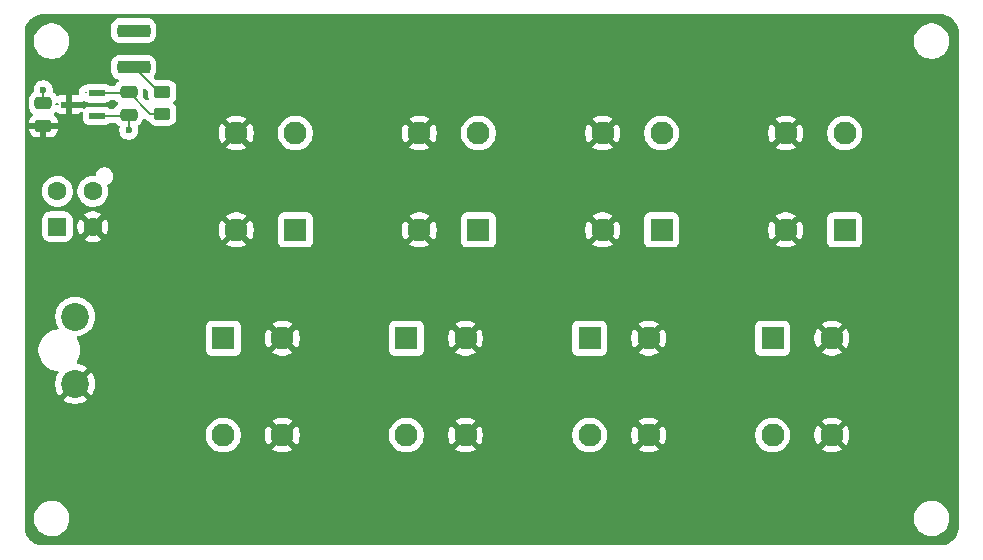
<source format=gtl>
G04 #@! TF.GenerationSoftware,KiCad,Pcbnew,9.0.3*
G04 #@! TF.CreationDate,2025-08-14T10:35:20-07:00*
G04 #@! TF.ProjectId,PD Board,50442042-6f61-4726-942e-6b696361645f,rev?*
G04 #@! TF.SameCoordinates,Original*
G04 #@! TF.FileFunction,Copper,L1,Top*
G04 #@! TF.FilePolarity,Positive*
%FSLAX46Y46*%
G04 Gerber Fmt 4.6, Leading zero omitted, Abs format (unit mm)*
G04 Created by KiCad (PCBNEW 9.0.3) date 2025-08-14 10:35:20*
%MOMM*%
%LPD*%
G01*
G04 APERTURE LIST*
G04 Aperture macros list*
%AMRoundRect*
0 Rectangle with rounded corners*
0 $1 Rounding radius*
0 $2 $3 $4 $5 $6 $7 $8 $9 X,Y pos of 4 corners*
0 Add a 4 corners polygon primitive as box body*
4,1,4,$2,$3,$4,$5,$6,$7,$8,$9,$2,$3,0*
0 Add four circle primitives for the rounded corners*
1,1,$1+$1,$2,$3*
1,1,$1+$1,$4,$5*
1,1,$1+$1,$6,$7*
1,1,$1+$1,$8,$9*
0 Add four rect primitives between the rounded corners*
20,1,$1+$1,$2,$3,$4,$5,0*
20,1,$1+$1,$4,$5,$6,$7,0*
20,1,$1+$1,$6,$7,$8,$9,0*
20,1,$1+$1,$8,$9,$2,$3,0*%
G04 Aperture macros list end*
G04 #@! TA.AperFunction,ComponentPad*
%ADD10R,1.950000X1.950000*%
G04 #@! TD*
G04 #@! TA.AperFunction,ComponentPad*
%ADD11C,1.950000*%
G04 #@! TD*
G04 #@! TA.AperFunction,ComponentPad*
%ADD12RoundRect,0.250000X-0.552500X0.552500X-0.552500X-0.552500X0.552500X-0.552500X0.552500X0.552500X0*%
G04 #@! TD*
G04 #@! TA.AperFunction,ComponentPad*
%ADD13C,1.605000*%
G04 #@! TD*
G04 #@! TA.AperFunction,SMDPad,CuDef*
%ADD14RoundRect,0.250000X-0.475000X0.250000X-0.475000X-0.250000X0.475000X-0.250000X0.475000X0.250000X0*%
G04 #@! TD*
G04 #@! TA.AperFunction,SMDPad,CuDef*
%ADD15RoundRect,0.275000X-1.125000X0.275000X-1.125000X-0.275000X1.125000X-0.275000X1.125000X0.275000X0*%
G04 #@! TD*
G04 #@! TA.AperFunction,ComponentPad*
%ADD16C,2.362200*%
G04 #@! TD*
G04 #@! TA.AperFunction,SMDPad,CuDef*
%ADD17RoundRect,0.250000X0.450000X-0.262500X0.450000X0.262500X-0.450000X0.262500X-0.450000X-0.262500X0*%
G04 #@! TD*
G04 #@! TA.AperFunction,SMDPad,CuDef*
%ADD18R,1.320800X0.558800*%
G04 #@! TD*
G04 #@! TA.AperFunction,ViaPad*
%ADD19C,0.600000*%
G04 #@! TD*
G04 #@! TA.AperFunction,Conductor*
%ADD20C,0.200000*%
G04 #@! TD*
G04 APERTURE END LIST*
D10*
G04 #@! TO.P,P7,1,1.1*
G04 #@! TO.N,GND*
X144330000Y-111780000D03*
D11*
G04 #@! TO.P,P7,2,1.2*
X144330000Y-103580000D03*
G04 #@! TO.P,P7,3,2.1*
G04 #@! TO.N,+20V*
X139330000Y-111780000D03*
G04 #@! TO.P,P7,4,2.2*
X139330000Y-103580000D03*
G04 #@! TD*
D12*
G04 #@! TO.P,J1,1,Pin_1*
G04 #@! TO.N,unconnected-(J1-Pin_1-Pad1)*
X93180000Y-111520000D03*
D13*
G04 #@! TO.P,J1,2,Pin_2*
G04 #@! TO.N,+20V*
X96180000Y-111520000D03*
G04 #@! TO.P,J1,3,Pin_3*
G04 #@! TO.N,unconnected-(J1-Pin_3-Pad3)*
X93180000Y-108520000D03*
G04 #@! TO.P,J1,4,Pin_4*
G04 #@! TO.N,GND*
X96180000Y-108520000D03*
G04 #@! TD*
D14*
G04 #@! TO.P,C1,1*
G04 #@! TO.N,GND*
X91990000Y-101050000D03*
G04 #@! TO.P,C1,2*
G04 #@! TO.N,+20V*
X91990000Y-102950000D03*
G04 #@! TD*
D10*
G04 #@! TO.P,P3,1,1.1*
G04 #@! TO.N,GND*
X138230000Y-120950000D03*
D11*
G04 #@! TO.P,P3,2,1.2*
X138230000Y-129150000D03*
G04 #@! TO.P,P3,3,2.1*
G04 #@! TO.N,+20V*
X143230000Y-120950000D03*
G04 #@! TO.P,P3,4,2.2*
X143230000Y-129150000D03*
G04 #@! TD*
D15*
G04 #@! TO.P,D1,1,K*
G04 #@! TO.N,GND*
X99625000Y-94900000D03*
G04 #@! TO.P,D1,2,A*
G04 #@! TO.N,Net-(D1-A)*
X99625000Y-98000000D03*
G04 #@! TD*
D10*
G04 #@! TO.P,P8,1,1.1*
G04 #@! TO.N,GND*
X159830000Y-111780000D03*
D11*
G04 #@! TO.P,P8,2,1.2*
X159830000Y-103580000D03*
G04 #@! TO.P,P8,3,2.1*
G04 #@! TO.N,+20V*
X154830000Y-111780000D03*
G04 #@! TO.P,P8,4,2.2*
X154830000Y-103580000D03*
G04 #@! TD*
D16*
G04 #@! TO.P,M1,1,1*
G04 #@! TO.N,+20V*
X94688902Y-124816602D03*
G04 #@! TO.P,M1,2,2*
G04 #@! TO.N,GND*
X94688902Y-119116598D03*
G04 #@! TD*
D10*
G04 #@! TO.P,P4,1,1.1*
G04 #@! TO.N,GND*
X153730000Y-120950000D03*
D11*
G04 #@! TO.P,P4,2,1.2*
X153730000Y-129150000D03*
G04 #@! TO.P,P4,3,2.1*
G04 #@! TO.N,+20V*
X158730000Y-120950000D03*
G04 #@! TO.P,P4,4,2.2*
X158730000Y-129150000D03*
G04 #@! TD*
D10*
G04 #@! TO.P,P1,1,1.1*
G04 #@! TO.N,GND*
X107230000Y-120950000D03*
D11*
G04 #@! TO.P,P1,2,1.2*
X107230000Y-129150000D03*
G04 #@! TO.P,P1,3,2.1*
G04 #@! TO.N,+20V*
X112230000Y-120950000D03*
G04 #@! TO.P,P1,4,2.2*
X112230000Y-129150000D03*
G04 #@! TD*
D14*
G04 #@! TO.P,C2,1*
G04 #@! TO.N,Net-(U1-VOUT)*
X99200000Y-100120000D03*
G04 #@! TO.P,C2,2*
G04 #@! TO.N,GND*
X99200000Y-102020000D03*
G04 #@! TD*
D10*
G04 #@! TO.P,P2,1,1.1*
G04 #@! TO.N,GND*
X122730000Y-120950000D03*
D11*
G04 #@! TO.P,P2,2,1.2*
X122730000Y-129150000D03*
G04 #@! TO.P,P2,3,2.1*
G04 #@! TO.N,+20V*
X127730000Y-120950000D03*
G04 #@! TO.P,P2,4,2.2*
X127730000Y-129150000D03*
G04 #@! TD*
D17*
G04 #@! TO.P,R1,1*
G04 #@! TO.N,Net-(U1-VOUT)*
X102050000Y-101942500D03*
G04 #@! TO.P,R1,2*
G04 #@! TO.N,Net-(D1-A)*
X102050000Y-100117500D03*
G04 #@! TD*
D18*
G04 #@! TO.P,U1,1,GND*
G04 #@! TO.N,GND*
X96527600Y-102120001D03*
G04 #@! TO.P,U1,2,VOUT*
G04 #@! TO.N,Net-(U1-VOUT)*
X96527600Y-100219999D03*
G04 #@! TO.P,U1,3,VIN*
G04 #@! TO.N,+20V*
X94140000Y-101170000D03*
G04 #@! TD*
D10*
G04 #@! TO.P,P6,1,1.1*
G04 #@! TO.N,GND*
X128830000Y-111780000D03*
D11*
G04 #@! TO.P,P6,2,1.2*
X128830000Y-103580000D03*
G04 #@! TO.P,P6,3,2.1*
G04 #@! TO.N,+20V*
X123830000Y-111780000D03*
G04 #@! TO.P,P6,4,2.2*
X123830000Y-103580000D03*
G04 #@! TD*
D10*
G04 #@! TO.P,P5,1,1.1*
G04 #@! TO.N,GND*
X113330000Y-111780000D03*
D11*
G04 #@! TO.P,P5,2,1.2*
X113330000Y-103580000D03*
G04 #@! TO.P,P5,3,2.1*
G04 #@! TO.N,+20V*
X108330000Y-111780000D03*
G04 #@! TO.P,P5,4,2.2*
X108330000Y-103580000D03*
G04 #@! TD*
D19*
G04 #@! TO.N,GND*
X99220000Y-103340000D03*
X91990000Y-99910000D03*
G04 #@! TD*
D20*
G04 #@! TO.N,+20V*
X93019999Y-101090001D02*
X93212400Y-101090001D01*
G04 #@! TO.N,GND*
X99200000Y-102020000D02*
X99200000Y-103320000D01*
X91990000Y-101050000D02*
X91990000Y-99910000D01*
X99099999Y-102120001D02*
X99200000Y-102020000D01*
X96527600Y-102120001D02*
X99099999Y-102120001D01*
X99200000Y-103320000D02*
X99220000Y-103340000D01*
G04 #@! TO.N,Net-(D1-A)*
X101742500Y-100117500D02*
X99625000Y-98000000D01*
X102050000Y-100117500D02*
X101742500Y-100117500D01*
G04 #@! TO.N,Net-(U1-VOUT)*
X101022500Y-101942500D02*
X99200000Y-100120000D01*
X99100001Y-100219999D02*
X99200000Y-100120000D01*
X96527600Y-100219999D02*
X99100001Y-100219999D01*
X102050000Y-101942500D02*
X101022500Y-101942500D01*
X95630000Y-100110000D02*
X95600000Y-100140000D01*
G04 #@! TD*
G04 #@! TA.AperFunction,Conductor*
G04 #@! TO.N,+20V*
G36*
X167904418Y-93500816D02*
G01*
X168118791Y-93516148D01*
X168136296Y-93518665D01*
X168341969Y-93563406D01*
X168358928Y-93568385D01*
X168556150Y-93641946D01*
X168572242Y-93649296D01*
X168756968Y-93750163D01*
X168771848Y-93759724D01*
X168911353Y-93864157D01*
X168940353Y-93885866D01*
X168953723Y-93897452D01*
X169102547Y-94046276D01*
X169114133Y-94059646D01*
X169240271Y-94228146D01*
X169249836Y-94243031D01*
X169350703Y-94427757D01*
X169358053Y-94443849D01*
X169431611Y-94641063D01*
X169436595Y-94658039D01*
X169481333Y-94863700D01*
X169483851Y-94881211D01*
X169499184Y-95095580D01*
X169499500Y-95104427D01*
X169499500Y-136895572D01*
X169499184Y-136904419D01*
X169483851Y-137118788D01*
X169481333Y-137136299D01*
X169436595Y-137341960D01*
X169431611Y-137358936D01*
X169358053Y-137556150D01*
X169350703Y-137572242D01*
X169249836Y-137756968D01*
X169240271Y-137771853D01*
X169114133Y-137940353D01*
X169102547Y-137953723D01*
X168953723Y-138102547D01*
X168940353Y-138114133D01*
X168771853Y-138240271D01*
X168756968Y-138249836D01*
X168572242Y-138350703D01*
X168556150Y-138358053D01*
X168358936Y-138431611D01*
X168341960Y-138436595D01*
X168136299Y-138481333D01*
X168118788Y-138483851D01*
X167923369Y-138497828D01*
X167904417Y-138499184D01*
X167895572Y-138499500D01*
X92004428Y-138499500D01*
X91995582Y-138499184D01*
X91974407Y-138497669D01*
X91781211Y-138483851D01*
X91763700Y-138481333D01*
X91558039Y-138436595D01*
X91541063Y-138431611D01*
X91343849Y-138358053D01*
X91327757Y-138350703D01*
X91143031Y-138249836D01*
X91128146Y-138240271D01*
X90959646Y-138114133D01*
X90946276Y-138102547D01*
X90797452Y-137953723D01*
X90785866Y-137940353D01*
X90659724Y-137771848D01*
X90650163Y-137756968D01*
X90549296Y-137572242D01*
X90541946Y-137556150D01*
X90514790Y-137483342D01*
X90468385Y-137358928D01*
X90463406Y-137341969D01*
X90418665Y-137136296D01*
X90416148Y-137118787D01*
X90400816Y-136904418D01*
X90400500Y-136895572D01*
X90400500Y-136081902D01*
X91199500Y-136081902D01*
X91199500Y-136318097D01*
X91236446Y-136551368D01*
X91309433Y-136775996D01*
X91416657Y-136986433D01*
X91555483Y-137177510D01*
X91722490Y-137344517D01*
X91913567Y-137483343D01*
X92012991Y-137534002D01*
X92124003Y-137590566D01*
X92124005Y-137590566D01*
X92124008Y-137590568D01*
X92244412Y-137629689D01*
X92348631Y-137663553D01*
X92581903Y-137700500D01*
X92581908Y-137700500D01*
X92818097Y-137700500D01*
X93051368Y-137663553D01*
X93275992Y-137590568D01*
X93486433Y-137483343D01*
X93677510Y-137344517D01*
X93844517Y-137177510D01*
X93983343Y-136986433D01*
X94090568Y-136775992D01*
X94163553Y-136551368D01*
X94200500Y-136318097D01*
X94200500Y-136081902D01*
X165699500Y-136081902D01*
X165699500Y-136318097D01*
X165736446Y-136551368D01*
X165809433Y-136775996D01*
X165916657Y-136986433D01*
X166055483Y-137177510D01*
X166222490Y-137344517D01*
X166413567Y-137483343D01*
X166512991Y-137534002D01*
X166624003Y-137590566D01*
X166624005Y-137590566D01*
X166624008Y-137590568D01*
X166744412Y-137629689D01*
X166848631Y-137663553D01*
X167081903Y-137700500D01*
X167081908Y-137700500D01*
X167318097Y-137700500D01*
X167551368Y-137663553D01*
X167775992Y-137590568D01*
X167986433Y-137483343D01*
X168177510Y-137344517D01*
X168344517Y-137177510D01*
X168483343Y-136986433D01*
X168590568Y-136775992D01*
X168663553Y-136551368D01*
X168700500Y-136318097D01*
X168700500Y-136081902D01*
X168663553Y-135848631D01*
X168590566Y-135624003D01*
X168483342Y-135413566D01*
X168344517Y-135222490D01*
X168177510Y-135055483D01*
X167986433Y-134916657D01*
X167775996Y-134809433D01*
X167551368Y-134736446D01*
X167318097Y-134699500D01*
X167318092Y-134699500D01*
X167081908Y-134699500D01*
X167081903Y-134699500D01*
X166848631Y-134736446D01*
X166624003Y-134809433D01*
X166413566Y-134916657D01*
X166304550Y-134995862D01*
X166222490Y-135055483D01*
X166222488Y-135055485D01*
X166222487Y-135055485D01*
X166055485Y-135222487D01*
X166055485Y-135222488D01*
X166055483Y-135222490D01*
X165995862Y-135304550D01*
X165916657Y-135413566D01*
X165809433Y-135624003D01*
X165736446Y-135848631D01*
X165699500Y-136081902D01*
X94200500Y-136081902D01*
X94163553Y-135848631D01*
X94090566Y-135624003D01*
X93983342Y-135413566D01*
X93844517Y-135222490D01*
X93677510Y-135055483D01*
X93486433Y-134916657D01*
X93275996Y-134809433D01*
X93051368Y-134736446D01*
X92818097Y-134699500D01*
X92818092Y-134699500D01*
X92581908Y-134699500D01*
X92581903Y-134699500D01*
X92348631Y-134736446D01*
X92124003Y-134809433D01*
X91913566Y-134916657D01*
X91804550Y-134995862D01*
X91722490Y-135055483D01*
X91722488Y-135055485D01*
X91722487Y-135055485D01*
X91555485Y-135222487D01*
X91555485Y-135222488D01*
X91555483Y-135222490D01*
X91495862Y-135304550D01*
X91416657Y-135413566D01*
X91309433Y-135624003D01*
X91236446Y-135848631D01*
X91199500Y-136081902D01*
X90400500Y-136081902D01*
X90400500Y-129033870D01*
X105754500Y-129033870D01*
X105754500Y-129266129D01*
X105790831Y-129495514D01*
X105862601Y-129716400D01*
X105967903Y-129923064D01*
X105968039Y-129923331D01*
X106104551Y-130111224D01*
X106268776Y-130275449D01*
X106456669Y-130411961D01*
X106554436Y-130461776D01*
X106663599Y-130517398D01*
X106663601Y-130517398D01*
X106663604Y-130517400D01*
X106884486Y-130589169D01*
X107002668Y-130607886D01*
X107113871Y-130625500D01*
X107113876Y-130625500D01*
X107346129Y-130625500D01*
X107447502Y-130609443D01*
X107575514Y-130589169D01*
X107796396Y-130517400D01*
X108003331Y-130411961D01*
X108191224Y-130275449D01*
X108355449Y-130111224D01*
X108491961Y-129923331D01*
X108597400Y-129716396D01*
X108669169Y-129495514D01*
X108693863Y-129339598D01*
X108705500Y-129266129D01*
X108705500Y-129033909D01*
X110755000Y-129033909D01*
X110755000Y-129266090D01*
X110791318Y-129495393D01*
X110863065Y-129716205D01*
X110968465Y-129923064D01*
X111025238Y-130001207D01*
X111628958Y-129397487D01*
X111653978Y-129457890D01*
X111725112Y-129564351D01*
X111815649Y-129654888D01*
X111922110Y-129726022D01*
X111982510Y-129751041D01*
X111378791Y-130354759D01*
X111378791Y-130354760D01*
X111456935Y-130411534D01*
X111663794Y-130516934D01*
X111884606Y-130588681D01*
X112113910Y-130625000D01*
X112346090Y-130625000D01*
X112575393Y-130588681D01*
X112796205Y-130516934D01*
X113003071Y-130411530D01*
X113081207Y-130354762D01*
X113081208Y-130354760D01*
X112477488Y-129751041D01*
X112537890Y-129726022D01*
X112644351Y-129654888D01*
X112734888Y-129564351D01*
X112806022Y-129457890D01*
X112831041Y-129397488D01*
X113434760Y-130001208D01*
X113434762Y-130001207D01*
X113491530Y-129923071D01*
X113596934Y-129716205D01*
X113668681Y-129495393D01*
X113705000Y-129266090D01*
X113705000Y-129033909D01*
X113704994Y-129033870D01*
X121254500Y-129033870D01*
X121254500Y-129266129D01*
X121290831Y-129495514D01*
X121362601Y-129716400D01*
X121467903Y-129923064D01*
X121468039Y-129923331D01*
X121604551Y-130111224D01*
X121768776Y-130275449D01*
X121956669Y-130411961D01*
X122054436Y-130461776D01*
X122163599Y-130517398D01*
X122163601Y-130517398D01*
X122163604Y-130517400D01*
X122384486Y-130589169D01*
X122502668Y-130607886D01*
X122613871Y-130625500D01*
X122613876Y-130625500D01*
X122846129Y-130625500D01*
X122947502Y-130609443D01*
X123075514Y-130589169D01*
X123296396Y-130517400D01*
X123503331Y-130411961D01*
X123691224Y-130275449D01*
X123855449Y-130111224D01*
X123991961Y-129923331D01*
X124097400Y-129716396D01*
X124169169Y-129495514D01*
X124193863Y-129339598D01*
X124205500Y-129266129D01*
X124205500Y-129033909D01*
X126255000Y-129033909D01*
X126255000Y-129266090D01*
X126291318Y-129495393D01*
X126363065Y-129716205D01*
X126468465Y-129923064D01*
X126525238Y-130001207D01*
X127128958Y-129397487D01*
X127153978Y-129457890D01*
X127225112Y-129564351D01*
X127315649Y-129654888D01*
X127422110Y-129726022D01*
X127482510Y-129751041D01*
X126878791Y-130354759D01*
X126878791Y-130354760D01*
X126956935Y-130411534D01*
X127163794Y-130516934D01*
X127384606Y-130588681D01*
X127613910Y-130625000D01*
X127846090Y-130625000D01*
X128075393Y-130588681D01*
X128296205Y-130516934D01*
X128503071Y-130411530D01*
X128581207Y-130354762D01*
X128581208Y-130354760D01*
X127977488Y-129751041D01*
X128037890Y-129726022D01*
X128144351Y-129654888D01*
X128234888Y-129564351D01*
X128306022Y-129457890D01*
X128331041Y-129397489D01*
X128934760Y-130001208D01*
X128934762Y-130001207D01*
X128991530Y-129923071D01*
X129096934Y-129716205D01*
X129168681Y-129495393D01*
X129205000Y-129266090D01*
X129205000Y-129033909D01*
X129204994Y-129033870D01*
X136754500Y-129033870D01*
X136754500Y-129266129D01*
X136790831Y-129495514D01*
X136862601Y-129716400D01*
X136967903Y-129923064D01*
X136968039Y-129923331D01*
X137104551Y-130111224D01*
X137268776Y-130275449D01*
X137456669Y-130411961D01*
X137554436Y-130461776D01*
X137663599Y-130517398D01*
X137663601Y-130517398D01*
X137663604Y-130517400D01*
X137884486Y-130589169D01*
X138002668Y-130607886D01*
X138113871Y-130625500D01*
X138113876Y-130625500D01*
X138346129Y-130625500D01*
X138447502Y-130609443D01*
X138575514Y-130589169D01*
X138796396Y-130517400D01*
X139003331Y-130411961D01*
X139191224Y-130275449D01*
X139355449Y-130111224D01*
X139491961Y-129923331D01*
X139597400Y-129716396D01*
X139669169Y-129495514D01*
X139693863Y-129339598D01*
X139705500Y-129266129D01*
X139705500Y-129033909D01*
X141755000Y-129033909D01*
X141755000Y-129266090D01*
X141791318Y-129495393D01*
X141863065Y-129716205D01*
X141968465Y-129923064D01*
X142025238Y-130001207D01*
X142628958Y-129397487D01*
X142653978Y-129457890D01*
X142725112Y-129564351D01*
X142815649Y-129654888D01*
X142922110Y-129726022D01*
X142982510Y-129751041D01*
X142378791Y-130354759D01*
X142378791Y-130354760D01*
X142456935Y-130411534D01*
X142663794Y-130516934D01*
X142884606Y-130588681D01*
X143113910Y-130625000D01*
X143346090Y-130625000D01*
X143575393Y-130588681D01*
X143796205Y-130516934D01*
X144003071Y-130411530D01*
X144081207Y-130354762D01*
X144081208Y-130354760D01*
X143477488Y-129751041D01*
X143537890Y-129726022D01*
X143644351Y-129654888D01*
X143734888Y-129564351D01*
X143806022Y-129457890D01*
X143831041Y-129397488D01*
X144434760Y-130001208D01*
X144434762Y-130001207D01*
X144491530Y-129923071D01*
X144596934Y-129716205D01*
X144668681Y-129495393D01*
X144705000Y-129266090D01*
X144705000Y-129033909D01*
X144704994Y-129033870D01*
X152254500Y-129033870D01*
X152254500Y-129266129D01*
X152290831Y-129495514D01*
X152362601Y-129716400D01*
X152467903Y-129923064D01*
X152468039Y-129923331D01*
X152604551Y-130111224D01*
X152768776Y-130275449D01*
X152956669Y-130411961D01*
X153054436Y-130461776D01*
X153163599Y-130517398D01*
X153163601Y-130517398D01*
X153163604Y-130517400D01*
X153384486Y-130589169D01*
X153502668Y-130607886D01*
X153613871Y-130625500D01*
X153613876Y-130625500D01*
X153846129Y-130625500D01*
X153947502Y-130609443D01*
X154075514Y-130589169D01*
X154296396Y-130517400D01*
X154503331Y-130411961D01*
X154691224Y-130275449D01*
X154855449Y-130111224D01*
X154991961Y-129923331D01*
X155097400Y-129716396D01*
X155169169Y-129495514D01*
X155193863Y-129339598D01*
X155205500Y-129266129D01*
X155205500Y-129033909D01*
X157255000Y-129033909D01*
X157255000Y-129266090D01*
X157291318Y-129495393D01*
X157363065Y-129716205D01*
X157468465Y-129923064D01*
X157525238Y-130001207D01*
X158128958Y-129397487D01*
X158153978Y-129457890D01*
X158225112Y-129564351D01*
X158315649Y-129654888D01*
X158422110Y-129726022D01*
X158482510Y-129751041D01*
X157878791Y-130354759D01*
X157878791Y-130354760D01*
X157956935Y-130411534D01*
X158163794Y-130516934D01*
X158384606Y-130588681D01*
X158613910Y-130625000D01*
X158846090Y-130625000D01*
X159075393Y-130588681D01*
X159296205Y-130516934D01*
X159503071Y-130411530D01*
X159581207Y-130354762D01*
X159581208Y-130354760D01*
X158977488Y-129751041D01*
X159037890Y-129726022D01*
X159144351Y-129654888D01*
X159234888Y-129564351D01*
X159306022Y-129457890D01*
X159331041Y-129397489D01*
X159934760Y-130001208D01*
X159934762Y-130001207D01*
X159991530Y-129923071D01*
X160096934Y-129716205D01*
X160168681Y-129495393D01*
X160205000Y-129266090D01*
X160205000Y-129033909D01*
X160168681Y-128804606D01*
X160096934Y-128583794D01*
X159991534Y-128376935D01*
X159934760Y-128298791D01*
X159934759Y-128298791D01*
X159331041Y-128902510D01*
X159306022Y-128842110D01*
X159234888Y-128735649D01*
X159144351Y-128645112D01*
X159037890Y-128573978D01*
X158977487Y-128548957D01*
X159581207Y-127945238D01*
X159503064Y-127888465D01*
X159296205Y-127783065D01*
X159075393Y-127711318D01*
X158846090Y-127675000D01*
X158613910Y-127675000D01*
X158384606Y-127711318D01*
X158163794Y-127783065D01*
X157956925Y-127888470D01*
X157878791Y-127945237D01*
X157878791Y-127945238D01*
X158482511Y-128548958D01*
X158422110Y-128573978D01*
X158315649Y-128645112D01*
X158225112Y-128735649D01*
X158153978Y-128842110D01*
X158128958Y-128902511D01*
X157525238Y-128298791D01*
X157525237Y-128298791D01*
X157468470Y-128376925D01*
X157363065Y-128583794D01*
X157291318Y-128804606D01*
X157255000Y-129033909D01*
X155205500Y-129033909D01*
X155205500Y-129033870D01*
X155186232Y-128912222D01*
X155169169Y-128804486D01*
X155097400Y-128583604D01*
X155097398Y-128583601D01*
X155097398Y-128583599D01*
X155041776Y-128474436D01*
X154991961Y-128376669D01*
X154855449Y-128188776D01*
X154691224Y-128024551D01*
X154503331Y-127888039D01*
X154296400Y-127782601D01*
X154075514Y-127710831D01*
X153846129Y-127674500D01*
X153846124Y-127674500D01*
X153613876Y-127674500D01*
X153613871Y-127674500D01*
X153384485Y-127710831D01*
X153163599Y-127782601D01*
X152956668Y-127888039D01*
X152768773Y-128024553D01*
X152604553Y-128188773D01*
X152468039Y-128376668D01*
X152362601Y-128583599D01*
X152290831Y-128804485D01*
X152254500Y-129033870D01*
X144704994Y-129033870D01*
X144668681Y-128804606D01*
X144596934Y-128583794D01*
X144491534Y-128376935D01*
X144434760Y-128298791D01*
X144434759Y-128298791D01*
X143831041Y-128902510D01*
X143806022Y-128842110D01*
X143734888Y-128735649D01*
X143644351Y-128645112D01*
X143537890Y-128573978D01*
X143477487Y-128548957D01*
X144081207Y-127945238D01*
X144003064Y-127888465D01*
X143796205Y-127783065D01*
X143575393Y-127711318D01*
X143346090Y-127675000D01*
X143113910Y-127675000D01*
X142884606Y-127711318D01*
X142663794Y-127783065D01*
X142456925Y-127888470D01*
X142378791Y-127945237D01*
X142378791Y-127945238D01*
X142982511Y-128548958D01*
X142922110Y-128573978D01*
X142815649Y-128645112D01*
X142725112Y-128735649D01*
X142653978Y-128842110D01*
X142628958Y-128902511D01*
X142025238Y-128298791D01*
X142025237Y-128298791D01*
X141968470Y-128376925D01*
X141863065Y-128583794D01*
X141791318Y-128804606D01*
X141755000Y-129033909D01*
X139705500Y-129033909D01*
X139705500Y-129033870D01*
X139686232Y-128912222D01*
X139669169Y-128804486D01*
X139597400Y-128583604D01*
X139597398Y-128583601D01*
X139597398Y-128583599D01*
X139541776Y-128474436D01*
X139491961Y-128376669D01*
X139355449Y-128188776D01*
X139191224Y-128024551D01*
X139003331Y-127888039D01*
X138796400Y-127782601D01*
X138575514Y-127710831D01*
X138346129Y-127674500D01*
X138346124Y-127674500D01*
X138113876Y-127674500D01*
X138113871Y-127674500D01*
X137884485Y-127710831D01*
X137663599Y-127782601D01*
X137456668Y-127888039D01*
X137268773Y-128024553D01*
X137104553Y-128188773D01*
X136968039Y-128376668D01*
X136862601Y-128583599D01*
X136790831Y-128804485D01*
X136754500Y-129033870D01*
X129204994Y-129033870D01*
X129168681Y-128804606D01*
X129096934Y-128583794D01*
X128991534Y-128376935D01*
X128934760Y-128298791D01*
X128934759Y-128298791D01*
X128331041Y-128902510D01*
X128306022Y-128842110D01*
X128234888Y-128735649D01*
X128144351Y-128645112D01*
X128037890Y-128573978D01*
X127977487Y-128548957D01*
X128581207Y-127945238D01*
X128503064Y-127888465D01*
X128296205Y-127783065D01*
X128075393Y-127711318D01*
X127846090Y-127675000D01*
X127613910Y-127675000D01*
X127384606Y-127711318D01*
X127163794Y-127783065D01*
X126956925Y-127888470D01*
X126878791Y-127945237D01*
X126878791Y-127945238D01*
X127482511Y-128548958D01*
X127422110Y-128573978D01*
X127315649Y-128645112D01*
X127225112Y-128735649D01*
X127153978Y-128842110D01*
X127128958Y-128902511D01*
X126525238Y-128298791D01*
X126525237Y-128298791D01*
X126468470Y-128376925D01*
X126363065Y-128583794D01*
X126291318Y-128804606D01*
X126255000Y-129033909D01*
X124205500Y-129033909D01*
X124205500Y-129033870D01*
X124186232Y-128912222D01*
X124169169Y-128804486D01*
X124097400Y-128583604D01*
X124097398Y-128583601D01*
X124097398Y-128583599D01*
X124041776Y-128474436D01*
X123991961Y-128376669D01*
X123855449Y-128188776D01*
X123691224Y-128024551D01*
X123503331Y-127888039D01*
X123296400Y-127782601D01*
X123075514Y-127710831D01*
X122846129Y-127674500D01*
X122846124Y-127674500D01*
X122613876Y-127674500D01*
X122613871Y-127674500D01*
X122384485Y-127710831D01*
X122163599Y-127782601D01*
X121956668Y-127888039D01*
X121768773Y-128024553D01*
X121604553Y-128188773D01*
X121468039Y-128376668D01*
X121362601Y-128583599D01*
X121290831Y-128804485D01*
X121254500Y-129033870D01*
X113704994Y-129033870D01*
X113668681Y-128804606D01*
X113596934Y-128583794D01*
X113491534Y-128376935D01*
X113434760Y-128298791D01*
X113434759Y-128298791D01*
X112831041Y-128902510D01*
X112806022Y-128842110D01*
X112734888Y-128735649D01*
X112644351Y-128645112D01*
X112537890Y-128573978D01*
X112477487Y-128548957D01*
X113081207Y-127945238D01*
X113003064Y-127888465D01*
X112796205Y-127783065D01*
X112575393Y-127711318D01*
X112346090Y-127675000D01*
X112113910Y-127675000D01*
X111884606Y-127711318D01*
X111663794Y-127783065D01*
X111456925Y-127888470D01*
X111378791Y-127945237D01*
X111378791Y-127945238D01*
X111982511Y-128548958D01*
X111922110Y-128573978D01*
X111815649Y-128645112D01*
X111725112Y-128735649D01*
X111653978Y-128842110D01*
X111628958Y-128902511D01*
X111025238Y-128298791D01*
X111025237Y-128298791D01*
X110968470Y-128376925D01*
X110863065Y-128583794D01*
X110791318Y-128804606D01*
X110755000Y-129033909D01*
X108705500Y-129033909D01*
X108705500Y-129033870D01*
X108686232Y-128912222D01*
X108669169Y-128804486D01*
X108597400Y-128583604D01*
X108597398Y-128583601D01*
X108597398Y-128583599D01*
X108541776Y-128474436D01*
X108491961Y-128376669D01*
X108355449Y-128188776D01*
X108191224Y-128024551D01*
X108003331Y-127888039D01*
X107796400Y-127782601D01*
X107575514Y-127710831D01*
X107346129Y-127674500D01*
X107346124Y-127674500D01*
X107113876Y-127674500D01*
X107113871Y-127674500D01*
X106884485Y-127710831D01*
X106663599Y-127782601D01*
X106456668Y-127888039D01*
X106268773Y-128024553D01*
X106104553Y-128188773D01*
X105968039Y-128376668D01*
X105862601Y-128583599D01*
X105790831Y-128804485D01*
X105754500Y-129033870D01*
X90400500Y-129033870D01*
X90400500Y-121850285D01*
X91574402Y-121850285D01*
X91574402Y-122082914D01*
X91598017Y-122262280D01*
X91604765Y-122313530D01*
X91619574Y-122368797D01*
X91664970Y-122538220D01*
X91753985Y-122753121D01*
X91753990Y-122753132D01*
X91870289Y-122954566D01*
X91870300Y-122954582D01*
X92011898Y-123139117D01*
X92011904Y-123139124D01*
X92176377Y-123303597D01*
X92176383Y-123303602D01*
X92360928Y-123445208D01*
X92360935Y-123445212D01*
X92562369Y-123561511D01*
X92562374Y-123561513D01*
X92562377Y-123561515D01*
X92669830Y-123606023D01*
X92777281Y-123650531D01*
X92777282Y-123650531D01*
X92777284Y-123650532D01*
X93001972Y-123710737D01*
X93175072Y-123733526D01*
X93238968Y-123761792D01*
X93277439Y-123820117D01*
X93278270Y-123889982D01*
X93266274Y-123918464D01*
X93177933Y-124071476D01*
X93177931Y-124071481D01*
X93093602Y-124275068D01*
X93036565Y-124487933D01*
X93007803Y-124706407D01*
X93007802Y-124706423D01*
X93007802Y-124926780D01*
X93007803Y-124926796D01*
X93036565Y-125145270D01*
X93093602Y-125358135D01*
X93177931Y-125561722D01*
X93177935Y-125561731D01*
X93288119Y-125752575D01*
X93336423Y-125815525D01*
X93878885Y-125273063D01*
X93968776Y-125407594D01*
X94097910Y-125536728D01*
X94232439Y-125626617D01*
X93689977Y-126169079D01*
X93752928Y-126217383D01*
X93752935Y-126217388D01*
X93943772Y-126327568D01*
X93943781Y-126327572D01*
X94147368Y-126411901D01*
X94360233Y-126468938D01*
X94578707Y-126497700D01*
X94578724Y-126497702D01*
X94799080Y-126497702D01*
X94799096Y-126497700D01*
X95017570Y-126468938D01*
X95230435Y-126411901D01*
X95434022Y-126327572D01*
X95434031Y-126327568D01*
X95624871Y-126217386D01*
X95687825Y-126169079D01*
X95687825Y-126169078D01*
X95145364Y-125626618D01*
X95279894Y-125536728D01*
X95409028Y-125407594D01*
X95498917Y-125273064D01*
X96041378Y-125815525D01*
X96041379Y-125815525D01*
X96089686Y-125752571D01*
X96199868Y-125561731D01*
X96199872Y-125561722D01*
X96284201Y-125358135D01*
X96341238Y-125145270D01*
X96370000Y-124926796D01*
X96370002Y-124926780D01*
X96370002Y-124706423D01*
X96370000Y-124706407D01*
X96341238Y-124487933D01*
X96284201Y-124275068D01*
X96199872Y-124071481D01*
X96199868Y-124071472D01*
X96089688Y-123880635D01*
X96089683Y-123880628D01*
X96041379Y-123817677D01*
X95498917Y-124360138D01*
X95409028Y-124225610D01*
X95279894Y-124096476D01*
X95145363Y-124006585D01*
X95687825Y-123464123D01*
X95624875Y-123415819D01*
X95434031Y-123305635D01*
X95434022Y-123305631D01*
X95230435Y-123221302D01*
X95017570Y-123164266D01*
X94911745Y-123150333D01*
X94847848Y-123122066D01*
X94809378Y-123063741D01*
X94808547Y-122993877D01*
X94826226Y-122958601D01*
X94825253Y-122957951D01*
X94827499Y-122954587D01*
X94827510Y-122954574D01*
X94943817Y-122753125D01*
X95032834Y-122538218D01*
X95093039Y-122313530D01*
X95123402Y-122082907D01*
X95123402Y-121850293D01*
X95093039Y-121619670D01*
X95032834Y-121394982D01*
X94943817Y-121180075D01*
X94943815Y-121180072D01*
X94943813Y-121180067D01*
X94827514Y-120978633D01*
X94827510Y-120978626D01*
X94827503Y-120978617D01*
X94825253Y-120975249D01*
X94827037Y-120974056D01*
X94804751Y-120917035D01*
X94818537Y-120848539D01*
X94867166Y-120798370D01*
X94912096Y-120783324D01*
X95017670Y-120769425D01*
X95230594Y-120712372D01*
X95434250Y-120628015D01*
X95625153Y-120517797D01*
X95800037Y-120383604D01*
X95955908Y-120227733D01*
X96090101Y-120052849D01*
X96162682Y-119927135D01*
X105754500Y-119927135D01*
X105754500Y-121972870D01*
X105754501Y-121972876D01*
X105760908Y-122032483D01*
X105811202Y-122167328D01*
X105811206Y-122167335D01*
X105897452Y-122282544D01*
X105897455Y-122282547D01*
X106012664Y-122368793D01*
X106012671Y-122368797D01*
X106147517Y-122419091D01*
X106147516Y-122419091D01*
X106154444Y-122419835D01*
X106207127Y-122425500D01*
X108252872Y-122425499D01*
X108312483Y-122419091D01*
X108447331Y-122368796D01*
X108562546Y-122282546D01*
X108648796Y-122167331D01*
X108654195Y-122152853D01*
X108687274Y-122064168D01*
X108687274Y-122064167D01*
X108699090Y-122032485D01*
X108699091Y-122032483D01*
X108705500Y-121972873D01*
X108705499Y-120833909D01*
X110755000Y-120833909D01*
X110755000Y-121066090D01*
X110791318Y-121295393D01*
X110863065Y-121516205D01*
X110968465Y-121723064D01*
X111025238Y-121801207D01*
X111628958Y-121197487D01*
X111653978Y-121257890D01*
X111725112Y-121364351D01*
X111815649Y-121454888D01*
X111922110Y-121526022D01*
X111982510Y-121551041D01*
X111378791Y-122154759D01*
X111378791Y-122154760D01*
X111456935Y-122211534D01*
X111663794Y-122316934D01*
X111884606Y-122388681D01*
X112113910Y-122425000D01*
X112346090Y-122425000D01*
X112575393Y-122388681D01*
X112796205Y-122316934D01*
X113003071Y-122211530D01*
X113081207Y-122154762D01*
X113081208Y-122154760D01*
X112477488Y-121551041D01*
X112537890Y-121526022D01*
X112644351Y-121454888D01*
X112734888Y-121364351D01*
X112806022Y-121257890D01*
X112831041Y-121197488D01*
X113434760Y-121801208D01*
X113434762Y-121801207D01*
X113491530Y-121723071D01*
X113596934Y-121516205D01*
X113668681Y-121295393D01*
X113705000Y-121066090D01*
X113705000Y-120833909D01*
X113668681Y-120604606D01*
X113596934Y-120383794D01*
X113491534Y-120176935D01*
X113434760Y-120098791D01*
X113434759Y-120098791D01*
X112831041Y-120702510D01*
X112806022Y-120642110D01*
X112734888Y-120535649D01*
X112644351Y-120445112D01*
X112537890Y-120373978D01*
X112477487Y-120348957D01*
X112899311Y-119927135D01*
X121254500Y-119927135D01*
X121254500Y-121972870D01*
X121254501Y-121972876D01*
X121260908Y-122032483D01*
X121311202Y-122167328D01*
X121311206Y-122167335D01*
X121397452Y-122282544D01*
X121397455Y-122282547D01*
X121512664Y-122368793D01*
X121512671Y-122368797D01*
X121647517Y-122419091D01*
X121647516Y-122419091D01*
X121654444Y-122419835D01*
X121707127Y-122425500D01*
X123752872Y-122425499D01*
X123812483Y-122419091D01*
X123947331Y-122368796D01*
X124062546Y-122282546D01*
X124148796Y-122167331D01*
X124154195Y-122152853D01*
X124187274Y-122064168D01*
X124187274Y-122064167D01*
X124199090Y-122032485D01*
X124199091Y-122032483D01*
X124205500Y-121972873D01*
X124205499Y-120833909D01*
X126255000Y-120833909D01*
X126255000Y-121066090D01*
X126291318Y-121295393D01*
X126363065Y-121516205D01*
X126468465Y-121723064D01*
X126525238Y-121801207D01*
X127128958Y-121197487D01*
X127153978Y-121257890D01*
X127225112Y-121364351D01*
X127315649Y-121454888D01*
X127422110Y-121526022D01*
X127482510Y-121551041D01*
X126878791Y-122154759D01*
X126878791Y-122154760D01*
X126956935Y-122211534D01*
X127163794Y-122316934D01*
X127384606Y-122388681D01*
X127613910Y-122425000D01*
X127846090Y-122425000D01*
X128075393Y-122388681D01*
X128296205Y-122316934D01*
X128503071Y-122211530D01*
X128581207Y-122154762D01*
X128581208Y-122154760D01*
X127977488Y-121551041D01*
X128037890Y-121526022D01*
X128144351Y-121454888D01*
X128234888Y-121364351D01*
X128306022Y-121257890D01*
X128331041Y-121197489D01*
X128934760Y-121801208D01*
X128934762Y-121801207D01*
X128991530Y-121723071D01*
X129096934Y-121516205D01*
X129168681Y-121295393D01*
X129205000Y-121066090D01*
X129205000Y-120833909D01*
X129168681Y-120604606D01*
X129096934Y-120383794D01*
X128991534Y-120176935D01*
X128934760Y-120098791D01*
X128331041Y-120702510D01*
X128306022Y-120642110D01*
X128234888Y-120535649D01*
X128144351Y-120445112D01*
X128037890Y-120373978D01*
X127977487Y-120348957D01*
X128399311Y-119927135D01*
X136754500Y-119927135D01*
X136754500Y-121972870D01*
X136754501Y-121972876D01*
X136760908Y-122032483D01*
X136811202Y-122167328D01*
X136811206Y-122167335D01*
X136897452Y-122282544D01*
X136897455Y-122282547D01*
X137012664Y-122368793D01*
X137012671Y-122368797D01*
X137147517Y-122419091D01*
X137147516Y-122419091D01*
X137154444Y-122419835D01*
X137207127Y-122425500D01*
X139252872Y-122425499D01*
X139312483Y-122419091D01*
X139447331Y-122368796D01*
X139562546Y-122282546D01*
X139648796Y-122167331D01*
X139654195Y-122152853D01*
X139687274Y-122064168D01*
X139687274Y-122064167D01*
X139699090Y-122032485D01*
X139699091Y-122032483D01*
X139705500Y-121972873D01*
X139705499Y-120833909D01*
X141755000Y-120833909D01*
X141755000Y-121066090D01*
X141791318Y-121295393D01*
X141863065Y-121516205D01*
X141968465Y-121723064D01*
X142025238Y-121801207D01*
X142628958Y-121197487D01*
X142653978Y-121257890D01*
X142725112Y-121364351D01*
X142815649Y-121454888D01*
X142922110Y-121526022D01*
X142982510Y-121551041D01*
X142378791Y-122154759D01*
X142378791Y-122154760D01*
X142456935Y-122211534D01*
X142663794Y-122316934D01*
X142884606Y-122388681D01*
X143113910Y-122425000D01*
X143346090Y-122425000D01*
X143575393Y-122388681D01*
X143796205Y-122316934D01*
X144003071Y-122211530D01*
X144081207Y-122154762D01*
X144081208Y-122154760D01*
X143477488Y-121551041D01*
X143537890Y-121526022D01*
X143644351Y-121454888D01*
X143734888Y-121364351D01*
X143806022Y-121257890D01*
X143831041Y-121197488D01*
X144434760Y-121801208D01*
X144434762Y-121801207D01*
X144491530Y-121723071D01*
X144596934Y-121516205D01*
X144668681Y-121295393D01*
X144705000Y-121066090D01*
X144705000Y-120833909D01*
X144668681Y-120604606D01*
X144596934Y-120383794D01*
X144491534Y-120176935D01*
X144434760Y-120098791D01*
X143831041Y-120702510D01*
X143806022Y-120642110D01*
X143734888Y-120535649D01*
X143644351Y-120445112D01*
X143537890Y-120373978D01*
X143477487Y-120348957D01*
X143899311Y-119927135D01*
X152254500Y-119927135D01*
X152254500Y-121972870D01*
X152254501Y-121972876D01*
X152260908Y-122032483D01*
X152311202Y-122167328D01*
X152311206Y-122167335D01*
X152397452Y-122282544D01*
X152397455Y-122282547D01*
X152512664Y-122368793D01*
X152512671Y-122368797D01*
X152647517Y-122419091D01*
X152647516Y-122419091D01*
X152654444Y-122419835D01*
X152707127Y-122425500D01*
X154752872Y-122425499D01*
X154812483Y-122419091D01*
X154947331Y-122368796D01*
X155062546Y-122282546D01*
X155148796Y-122167331D01*
X155154195Y-122152853D01*
X155187274Y-122064168D01*
X155187274Y-122064167D01*
X155199090Y-122032485D01*
X155199091Y-122032483D01*
X155205500Y-121972873D01*
X155205499Y-120833909D01*
X157255000Y-120833909D01*
X157255000Y-121066090D01*
X157291318Y-121295393D01*
X157363065Y-121516205D01*
X157468465Y-121723064D01*
X157525238Y-121801207D01*
X158128958Y-121197487D01*
X158153978Y-121257890D01*
X158225112Y-121364351D01*
X158315649Y-121454888D01*
X158422110Y-121526022D01*
X158482510Y-121551041D01*
X157878791Y-122154759D01*
X157878791Y-122154760D01*
X157956935Y-122211534D01*
X158163794Y-122316934D01*
X158384606Y-122388681D01*
X158613910Y-122425000D01*
X158846090Y-122425000D01*
X159075393Y-122388681D01*
X159296205Y-122316934D01*
X159503071Y-122211530D01*
X159581207Y-122154762D01*
X159581208Y-122154760D01*
X158977488Y-121551041D01*
X159037890Y-121526022D01*
X159144351Y-121454888D01*
X159234888Y-121364351D01*
X159306022Y-121257890D01*
X159331041Y-121197489D01*
X159934760Y-121801208D01*
X159934762Y-121801207D01*
X159991530Y-121723071D01*
X160096934Y-121516205D01*
X160168681Y-121295393D01*
X160205000Y-121066090D01*
X160205000Y-120833909D01*
X160168681Y-120604606D01*
X160096934Y-120383794D01*
X159991534Y-120176935D01*
X159934760Y-120098791D01*
X159331041Y-120702510D01*
X159306022Y-120642110D01*
X159234888Y-120535649D01*
X159144351Y-120445112D01*
X159037890Y-120373978D01*
X158977487Y-120348957D01*
X159581207Y-119745238D01*
X159503064Y-119688465D01*
X159296205Y-119583065D01*
X159075393Y-119511318D01*
X158846090Y-119475000D01*
X158613910Y-119475000D01*
X158384606Y-119511318D01*
X158163794Y-119583065D01*
X157956925Y-119688470D01*
X157878791Y-119745237D01*
X157878791Y-119745238D01*
X158482511Y-120348958D01*
X158422110Y-120373978D01*
X158315649Y-120445112D01*
X158225112Y-120535649D01*
X158153978Y-120642110D01*
X158128958Y-120702511D01*
X157525238Y-120098791D01*
X157525237Y-120098791D01*
X157468470Y-120176925D01*
X157363065Y-120383794D01*
X157291318Y-120604606D01*
X157255000Y-120833909D01*
X155205499Y-120833909D01*
X155205499Y-119927128D01*
X155199091Y-119867517D01*
X155187383Y-119836125D01*
X155187273Y-119835829D01*
X155148797Y-119732671D01*
X155148793Y-119732664D01*
X155062547Y-119617455D01*
X155062544Y-119617452D01*
X154947335Y-119531206D01*
X154947328Y-119531202D01*
X154812482Y-119480908D01*
X154812483Y-119480908D01*
X154752883Y-119474501D01*
X154752881Y-119474500D01*
X154752873Y-119474500D01*
X154752864Y-119474500D01*
X152707129Y-119474500D01*
X152707123Y-119474501D01*
X152647516Y-119480908D01*
X152512671Y-119531202D01*
X152512664Y-119531206D01*
X152397455Y-119617452D01*
X152397452Y-119617455D01*
X152311206Y-119732664D01*
X152311202Y-119732671D01*
X152260908Y-119867517D01*
X152254501Y-119927116D01*
X152254501Y-119927123D01*
X152254500Y-119927135D01*
X143899311Y-119927135D01*
X143990321Y-119836125D01*
X144081207Y-119745238D01*
X144003064Y-119688465D01*
X143796205Y-119583065D01*
X143575393Y-119511318D01*
X143346090Y-119475000D01*
X143113910Y-119475000D01*
X142884606Y-119511318D01*
X142663794Y-119583065D01*
X142456925Y-119688470D01*
X142378791Y-119745237D01*
X142378791Y-119745238D01*
X142982511Y-120348958D01*
X142922110Y-120373978D01*
X142815649Y-120445112D01*
X142725112Y-120535649D01*
X142653978Y-120642110D01*
X142628958Y-120702511D01*
X142025238Y-120098791D01*
X142025237Y-120098791D01*
X141968470Y-120176925D01*
X141863065Y-120383794D01*
X141791318Y-120604606D01*
X141755000Y-120833909D01*
X139705499Y-120833909D01*
X139705499Y-119927128D01*
X139699091Y-119867517D01*
X139687383Y-119836125D01*
X139687273Y-119835829D01*
X139648797Y-119732671D01*
X139648793Y-119732664D01*
X139562547Y-119617455D01*
X139562544Y-119617452D01*
X139447335Y-119531206D01*
X139447328Y-119531202D01*
X139312482Y-119480908D01*
X139312483Y-119480908D01*
X139252883Y-119474501D01*
X139252881Y-119474500D01*
X139252873Y-119474500D01*
X139252864Y-119474500D01*
X137207129Y-119474500D01*
X137207123Y-119474501D01*
X137147516Y-119480908D01*
X137012671Y-119531202D01*
X137012664Y-119531206D01*
X136897455Y-119617452D01*
X136897452Y-119617455D01*
X136811206Y-119732664D01*
X136811202Y-119732671D01*
X136760908Y-119867517D01*
X136754501Y-119927116D01*
X136754501Y-119927123D01*
X136754500Y-119927135D01*
X128399311Y-119927135D01*
X128490321Y-119836125D01*
X128581207Y-119745238D01*
X128503064Y-119688465D01*
X128296205Y-119583065D01*
X128075393Y-119511318D01*
X127846090Y-119475000D01*
X127613910Y-119475000D01*
X127384606Y-119511318D01*
X127163794Y-119583065D01*
X126956925Y-119688470D01*
X126878791Y-119745237D01*
X126878791Y-119745238D01*
X127482511Y-120348958D01*
X127422110Y-120373978D01*
X127315649Y-120445112D01*
X127225112Y-120535649D01*
X127153978Y-120642110D01*
X127128958Y-120702511D01*
X126525238Y-120098791D01*
X126525237Y-120098791D01*
X126468470Y-120176925D01*
X126363065Y-120383794D01*
X126291318Y-120604606D01*
X126255000Y-120833909D01*
X124205499Y-120833909D01*
X124205499Y-119927128D01*
X124199091Y-119867517D01*
X124187383Y-119836125D01*
X124187273Y-119835829D01*
X124148797Y-119732671D01*
X124148793Y-119732664D01*
X124062547Y-119617455D01*
X124062544Y-119617452D01*
X123947335Y-119531206D01*
X123947328Y-119531202D01*
X123812482Y-119480908D01*
X123812483Y-119480908D01*
X123752883Y-119474501D01*
X123752881Y-119474500D01*
X123752873Y-119474500D01*
X123752864Y-119474500D01*
X121707129Y-119474500D01*
X121707123Y-119474501D01*
X121647516Y-119480908D01*
X121512671Y-119531202D01*
X121512664Y-119531206D01*
X121397455Y-119617452D01*
X121397452Y-119617455D01*
X121311206Y-119732664D01*
X121311202Y-119732671D01*
X121260908Y-119867517D01*
X121254501Y-119927116D01*
X121254501Y-119927123D01*
X121254500Y-119927135D01*
X112899311Y-119927135D01*
X112990321Y-119836125D01*
X113081207Y-119745238D01*
X113003064Y-119688465D01*
X112796205Y-119583065D01*
X112575393Y-119511318D01*
X112346090Y-119475000D01*
X112113910Y-119475000D01*
X111884606Y-119511318D01*
X111663794Y-119583065D01*
X111456925Y-119688470D01*
X111378791Y-119745237D01*
X111378791Y-119745238D01*
X111982511Y-120348958D01*
X111922110Y-120373978D01*
X111815649Y-120445112D01*
X111725112Y-120535649D01*
X111653978Y-120642110D01*
X111628958Y-120702511D01*
X111025238Y-120098791D01*
X111025237Y-120098791D01*
X110968470Y-120176925D01*
X110863065Y-120383794D01*
X110791318Y-120604606D01*
X110755000Y-120833909D01*
X108705499Y-120833909D01*
X108705499Y-119927128D01*
X108699091Y-119867517D01*
X108687383Y-119836125D01*
X108687273Y-119835829D01*
X108648797Y-119732671D01*
X108648793Y-119732664D01*
X108562547Y-119617455D01*
X108562544Y-119617452D01*
X108447335Y-119531206D01*
X108447328Y-119531202D01*
X108312482Y-119480908D01*
X108312483Y-119480908D01*
X108252883Y-119474501D01*
X108252881Y-119474500D01*
X108252873Y-119474500D01*
X108252864Y-119474500D01*
X106207129Y-119474500D01*
X106207123Y-119474501D01*
X106147516Y-119480908D01*
X106012671Y-119531202D01*
X106012664Y-119531206D01*
X105897455Y-119617452D01*
X105897452Y-119617455D01*
X105811206Y-119732664D01*
X105811202Y-119732671D01*
X105760908Y-119867517D01*
X105754501Y-119927116D01*
X105754501Y-119927123D01*
X105754500Y-119927135D01*
X96162682Y-119927135D01*
X96200319Y-119861946D01*
X96284676Y-119658290D01*
X96341729Y-119445366D01*
X96370502Y-119226816D01*
X96370502Y-119006380D01*
X96341729Y-118787830D01*
X96284676Y-118574906D01*
X96200319Y-118371250D01*
X96200317Y-118371247D01*
X96200315Y-118371242D01*
X96090105Y-118180354D01*
X96090101Y-118180347D01*
X95955908Y-118005463D01*
X95955903Y-118005457D01*
X95800042Y-117849596D01*
X95800035Y-117849590D01*
X95625161Y-117715405D01*
X95625159Y-117715403D01*
X95625153Y-117715399D01*
X95625148Y-117715396D01*
X95625145Y-117715394D01*
X95434257Y-117605184D01*
X95434246Y-117605179D01*
X95230598Y-117520825D01*
X95017666Y-117463770D01*
X94799127Y-117434998D01*
X94799120Y-117434998D01*
X94578684Y-117434998D01*
X94578676Y-117434998D01*
X94360137Y-117463770D01*
X94147205Y-117520825D01*
X93943557Y-117605179D01*
X93943546Y-117605184D01*
X93752658Y-117715394D01*
X93752642Y-117715405D01*
X93577768Y-117849590D01*
X93577761Y-117849596D01*
X93421900Y-118005457D01*
X93421894Y-118005464D01*
X93287709Y-118180338D01*
X93287698Y-118180354D01*
X93177488Y-118371242D01*
X93177483Y-118371253D01*
X93093129Y-118574901D01*
X93036074Y-118787833D01*
X93007302Y-119006372D01*
X93007302Y-119226823D01*
X93036074Y-119445362D01*
X93036075Y-119445366D01*
X93045599Y-119480909D01*
X93093129Y-119658294D01*
X93177483Y-119861942D01*
X93177488Y-119861953D01*
X93265737Y-120014804D01*
X93282210Y-120082704D01*
X93259357Y-120148731D01*
X93204436Y-120191922D01*
X93174536Y-120199743D01*
X93025343Y-120219385D01*
X93001972Y-120222463D01*
X92945800Y-120237514D01*
X92777281Y-120282668D01*
X92562380Y-120371683D01*
X92562369Y-120371688D01*
X92360935Y-120487987D01*
X92360919Y-120487998D01*
X92176384Y-120629596D01*
X92176377Y-120629602D01*
X92011904Y-120794075D01*
X92011898Y-120794082D01*
X91870300Y-120978617D01*
X91870289Y-120978633D01*
X91753990Y-121180067D01*
X91753985Y-121180078D01*
X91664970Y-121394979D01*
X91604765Y-121619671D01*
X91574402Y-121850285D01*
X90400500Y-121850285D01*
X90400500Y-110917483D01*
X91877000Y-110917483D01*
X91877000Y-112122501D01*
X91877001Y-112122518D01*
X91887500Y-112225296D01*
X91887501Y-112225299D01*
X91942685Y-112391831D01*
X91942687Y-112391836D01*
X91950820Y-112405021D01*
X92034788Y-112541156D01*
X92158844Y-112665212D01*
X92308166Y-112757314D01*
X92474703Y-112812499D01*
X92577491Y-112823000D01*
X93782508Y-112822999D01*
X93885297Y-112812499D01*
X94051834Y-112757314D01*
X94201156Y-112665212D01*
X94325212Y-112541156D01*
X94335590Y-112524330D01*
X94357439Y-112488909D01*
X94417310Y-112391840D01*
X94417314Y-112391834D01*
X94472499Y-112225297D01*
X94483000Y-112122509D01*
X94482999Y-111417486D01*
X94877500Y-111417486D01*
X94877500Y-111622513D01*
X94909570Y-111824997D01*
X94972927Y-112019991D01*
X95066003Y-112202661D01*
X95098734Y-112247711D01*
X95668459Y-111677985D01*
X95681460Y-111726502D01*
X95751894Y-111848497D01*
X95851503Y-111948106D01*
X95973498Y-112018540D01*
X96022012Y-112031539D01*
X95452287Y-112601264D01*
X95497344Y-112633999D01*
X95680008Y-112727072D01*
X95875002Y-112790429D01*
X96077487Y-112822500D01*
X96282513Y-112822500D01*
X96329690Y-112815028D01*
X96484997Y-112790429D01*
X96679991Y-112727072D01*
X96862659Y-112633997D01*
X96907711Y-112601264D01*
X96907712Y-112601264D01*
X96337987Y-112031539D01*
X96386502Y-112018540D01*
X96508497Y-111948106D01*
X96608106Y-111848497D01*
X96678540Y-111726502D01*
X96691539Y-111677987D01*
X97261264Y-112247712D01*
X97261264Y-112247711D01*
X97293997Y-112202659D01*
X97387072Y-112019991D01*
X97450429Y-111824997D01*
X97475944Y-111663909D01*
X106855000Y-111663909D01*
X106855000Y-111896090D01*
X106891318Y-112125393D01*
X106963065Y-112346205D01*
X107068465Y-112553064D01*
X107125238Y-112631207D01*
X107728958Y-112027487D01*
X107753978Y-112087890D01*
X107825112Y-112194351D01*
X107915649Y-112284888D01*
X108022110Y-112356022D01*
X108082510Y-112381041D01*
X107478791Y-112984759D01*
X107478791Y-112984760D01*
X107556935Y-113041534D01*
X107763794Y-113146934D01*
X107984606Y-113218681D01*
X108213910Y-113255000D01*
X108446090Y-113255000D01*
X108675393Y-113218681D01*
X108896205Y-113146934D01*
X109103071Y-113041530D01*
X109181207Y-112984762D01*
X109181208Y-112984760D01*
X108577488Y-112381041D01*
X108637890Y-112356022D01*
X108744351Y-112284888D01*
X108834888Y-112194351D01*
X108906022Y-112087890D01*
X108931041Y-112027488D01*
X109534760Y-112631208D01*
X109534762Y-112631207D01*
X109591530Y-112553071D01*
X109696934Y-112346205D01*
X109768681Y-112125393D01*
X109805000Y-111896090D01*
X109805000Y-111663909D01*
X109768681Y-111434606D01*
X109696934Y-111213794D01*
X109591534Y-111006935D01*
X109534760Y-110928791D01*
X109534759Y-110928791D01*
X108931041Y-111532510D01*
X108906022Y-111472110D01*
X108834888Y-111365649D01*
X108744351Y-111275112D01*
X108637890Y-111203978D01*
X108577487Y-111178957D01*
X108999311Y-110757135D01*
X111854500Y-110757135D01*
X111854500Y-112802870D01*
X111854501Y-112802876D01*
X111860908Y-112862483D01*
X111911202Y-112997328D01*
X111911206Y-112997335D01*
X111997452Y-113112544D01*
X111997455Y-113112547D01*
X112112664Y-113198793D01*
X112112671Y-113198797D01*
X112247517Y-113249091D01*
X112247516Y-113249091D01*
X112254444Y-113249835D01*
X112307127Y-113255500D01*
X114352872Y-113255499D01*
X114412483Y-113249091D01*
X114547331Y-113198796D01*
X114662546Y-113112546D01*
X114748796Y-112997331D01*
X114754195Y-112982853D01*
X114787274Y-112894168D01*
X114787274Y-112894167D01*
X114799090Y-112862485D01*
X114799091Y-112862483D01*
X114799091Y-112862482D01*
X114805500Y-112802873D01*
X114805499Y-111663909D01*
X122355000Y-111663909D01*
X122355000Y-111896090D01*
X122391318Y-112125393D01*
X122463065Y-112346205D01*
X122568465Y-112553064D01*
X122625238Y-112631207D01*
X123228958Y-112027487D01*
X123253978Y-112087890D01*
X123325112Y-112194351D01*
X123415649Y-112284888D01*
X123522110Y-112356022D01*
X123582510Y-112381041D01*
X122978791Y-112984759D01*
X122978791Y-112984760D01*
X123056935Y-113041534D01*
X123263794Y-113146934D01*
X123484606Y-113218681D01*
X123713910Y-113255000D01*
X123946090Y-113255000D01*
X124175393Y-113218681D01*
X124396205Y-113146934D01*
X124603071Y-113041530D01*
X124681207Y-112984762D01*
X124681208Y-112984760D01*
X124077488Y-112381041D01*
X124137890Y-112356022D01*
X124244351Y-112284888D01*
X124334888Y-112194351D01*
X124406022Y-112087890D01*
X124431041Y-112027489D01*
X125034760Y-112631208D01*
X125034762Y-112631207D01*
X125091530Y-112553071D01*
X125196934Y-112346205D01*
X125268681Y-112125393D01*
X125305000Y-111896090D01*
X125305000Y-111663909D01*
X125268681Y-111434606D01*
X125196934Y-111213794D01*
X125091534Y-111006935D01*
X125034760Y-110928791D01*
X125034759Y-110928791D01*
X124431041Y-111532510D01*
X124406022Y-111472110D01*
X124334888Y-111365649D01*
X124244351Y-111275112D01*
X124137890Y-111203978D01*
X124077487Y-111178957D01*
X124499311Y-110757135D01*
X127354500Y-110757135D01*
X127354500Y-112802870D01*
X127354501Y-112802876D01*
X127360908Y-112862483D01*
X127411202Y-112997328D01*
X127411206Y-112997335D01*
X127497452Y-113112544D01*
X127497455Y-113112547D01*
X127612664Y-113198793D01*
X127612671Y-113198797D01*
X127747517Y-113249091D01*
X127747516Y-113249091D01*
X127754444Y-113249835D01*
X127807127Y-113255500D01*
X129852872Y-113255499D01*
X129912483Y-113249091D01*
X130047331Y-113198796D01*
X130162546Y-113112546D01*
X130248796Y-112997331D01*
X130254195Y-112982853D01*
X130287274Y-112894168D01*
X130287274Y-112894167D01*
X130299090Y-112862485D01*
X130299091Y-112862483D01*
X130299091Y-112862482D01*
X130305500Y-112802873D01*
X130305499Y-111663909D01*
X137855000Y-111663909D01*
X137855000Y-111896090D01*
X137891318Y-112125393D01*
X137963065Y-112346205D01*
X138068465Y-112553064D01*
X138125238Y-112631207D01*
X138728958Y-112027487D01*
X138753978Y-112087890D01*
X138825112Y-112194351D01*
X138915649Y-112284888D01*
X139022110Y-112356022D01*
X139082510Y-112381041D01*
X138478791Y-112984759D01*
X138478791Y-112984760D01*
X138556935Y-113041534D01*
X138763794Y-113146934D01*
X138984606Y-113218681D01*
X139213910Y-113255000D01*
X139446090Y-113255000D01*
X139675393Y-113218681D01*
X139896205Y-113146934D01*
X140103071Y-113041530D01*
X140181207Y-112984762D01*
X140181208Y-112984760D01*
X139577488Y-112381041D01*
X139637890Y-112356022D01*
X139744351Y-112284888D01*
X139834888Y-112194351D01*
X139906022Y-112087890D01*
X139931041Y-112027489D01*
X140534760Y-112631208D01*
X140534762Y-112631207D01*
X140591530Y-112553071D01*
X140696934Y-112346205D01*
X140768681Y-112125393D01*
X140805000Y-111896090D01*
X140805000Y-111663909D01*
X140768681Y-111434606D01*
X140696934Y-111213794D01*
X140591534Y-111006935D01*
X140534760Y-110928791D01*
X140534759Y-110928791D01*
X139931041Y-111532510D01*
X139906022Y-111472110D01*
X139834888Y-111365649D01*
X139744351Y-111275112D01*
X139637890Y-111203978D01*
X139577487Y-111178957D01*
X139999311Y-110757135D01*
X142854500Y-110757135D01*
X142854500Y-112802870D01*
X142854501Y-112802876D01*
X142860908Y-112862483D01*
X142911202Y-112997328D01*
X142911206Y-112997335D01*
X142997452Y-113112544D01*
X142997455Y-113112547D01*
X143112664Y-113198793D01*
X143112671Y-113198797D01*
X143247517Y-113249091D01*
X143247516Y-113249091D01*
X143254444Y-113249835D01*
X143307127Y-113255500D01*
X145352872Y-113255499D01*
X145412483Y-113249091D01*
X145547331Y-113198796D01*
X145662546Y-113112546D01*
X145748796Y-112997331D01*
X145754195Y-112982853D01*
X145787274Y-112894168D01*
X145787274Y-112894167D01*
X145799090Y-112862485D01*
X145799091Y-112862483D01*
X145799091Y-112862482D01*
X145805500Y-112802873D01*
X145805499Y-111663909D01*
X153355000Y-111663909D01*
X153355000Y-111896090D01*
X153391318Y-112125393D01*
X153463065Y-112346205D01*
X153568465Y-112553064D01*
X153625238Y-112631207D01*
X154228958Y-112027487D01*
X154253978Y-112087890D01*
X154325112Y-112194351D01*
X154415649Y-112284888D01*
X154522110Y-112356022D01*
X154582510Y-112381041D01*
X153978791Y-112984759D01*
X153978791Y-112984760D01*
X154056935Y-113041534D01*
X154263794Y-113146934D01*
X154484606Y-113218681D01*
X154713910Y-113255000D01*
X154946090Y-113255000D01*
X155175393Y-113218681D01*
X155396205Y-113146934D01*
X155603071Y-113041530D01*
X155681207Y-112984762D01*
X155681208Y-112984760D01*
X155077488Y-112381041D01*
X155137890Y-112356022D01*
X155244351Y-112284888D01*
X155334888Y-112194351D01*
X155406022Y-112087890D01*
X155431041Y-112027488D01*
X156034760Y-112631208D01*
X156034762Y-112631207D01*
X156091530Y-112553071D01*
X156196934Y-112346205D01*
X156268681Y-112125393D01*
X156305000Y-111896090D01*
X156305000Y-111663909D01*
X156268681Y-111434606D01*
X156196934Y-111213794D01*
X156091534Y-111006935D01*
X156034760Y-110928791D01*
X156034759Y-110928791D01*
X155431041Y-111532510D01*
X155406022Y-111472110D01*
X155334888Y-111365649D01*
X155244351Y-111275112D01*
X155137890Y-111203978D01*
X155077487Y-111178957D01*
X155499311Y-110757135D01*
X158354500Y-110757135D01*
X158354500Y-112802870D01*
X158354501Y-112802876D01*
X158360908Y-112862483D01*
X158411202Y-112997328D01*
X158411206Y-112997335D01*
X158497452Y-113112544D01*
X158497455Y-113112547D01*
X158612664Y-113198793D01*
X158612671Y-113198797D01*
X158747517Y-113249091D01*
X158747516Y-113249091D01*
X158754444Y-113249835D01*
X158807127Y-113255500D01*
X160852872Y-113255499D01*
X160912483Y-113249091D01*
X161047331Y-113198796D01*
X161162546Y-113112546D01*
X161248796Y-112997331D01*
X161299091Y-112862483D01*
X161305500Y-112802873D01*
X161305499Y-110757128D01*
X161299091Y-110697517D01*
X161299090Y-110697515D01*
X161248797Y-110562671D01*
X161248793Y-110562664D01*
X161162547Y-110447455D01*
X161162544Y-110447452D01*
X161047335Y-110361206D01*
X161047328Y-110361202D01*
X160912482Y-110310908D01*
X160912483Y-110310908D01*
X160852883Y-110304501D01*
X160852881Y-110304500D01*
X160852873Y-110304500D01*
X160852864Y-110304500D01*
X158807129Y-110304500D01*
X158807123Y-110304501D01*
X158747516Y-110310908D01*
X158612671Y-110361202D01*
X158612664Y-110361206D01*
X158497455Y-110447452D01*
X158497452Y-110447455D01*
X158411206Y-110562664D01*
X158411202Y-110562671D01*
X158360908Y-110697517D01*
X158354501Y-110757116D01*
X158354501Y-110757123D01*
X158354500Y-110757135D01*
X155499311Y-110757135D01*
X155590321Y-110666125D01*
X155681207Y-110575238D01*
X155603064Y-110518465D01*
X155396205Y-110413065D01*
X155175393Y-110341318D01*
X154946090Y-110305000D01*
X154713910Y-110305000D01*
X154484606Y-110341318D01*
X154263794Y-110413065D01*
X154056925Y-110518470D01*
X153978791Y-110575237D01*
X153978791Y-110575238D01*
X154582511Y-111178958D01*
X154522110Y-111203978D01*
X154415649Y-111275112D01*
X154325112Y-111365649D01*
X154253978Y-111472110D01*
X154228958Y-111532511D01*
X153625238Y-110928791D01*
X153625237Y-110928791D01*
X153568470Y-111006925D01*
X153463065Y-111213794D01*
X153391318Y-111434606D01*
X153355000Y-111663909D01*
X145805499Y-111663909D01*
X145805499Y-110757128D01*
X145799091Y-110697517D01*
X145787383Y-110666125D01*
X145787273Y-110665829D01*
X145748797Y-110562671D01*
X145748793Y-110562664D01*
X145662547Y-110447455D01*
X145662544Y-110447452D01*
X145547335Y-110361206D01*
X145547328Y-110361202D01*
X145412482Y-110310908D01*
X145412483Y-110310908D01*
X145352883Y-110304501D01*
X145352881Y-110304500D01*
X145352873Y-110304500D01*
X145352864Y-110304500D01*
X143307129Y-110304500D01*
X143307123Y-110304501D01*
X143247516Y-110310908D01*
X143112671Y-110361202D01*
X143112664Y-110361206D01*
X142997455Y-110447452D01*
X142997452Y-110447455D01*
X142911206Y-110562664D01*
X142911202Y-110562671D01*
X142860908Y-110697517D01*
X142854501Y-110757116D01*
X142854501Y-110757123D01*
X142854500Y-110757135D01*
X139999311Y-110757135D01*
X140090321Y-110666125D01*
X140181207Y-110575238D01*
X140103064Y-110518465D01*
X139896205Y-110413065D01*
X139675393Y-110341318D01*
X139446090Y-110305000D01*
X139213910Y-110305000D01*
X138984606Y-110341318D01*
X138763794Y-110413065D01*
X138556925Y-110518470D01*
X138478791Y-110575237D01*
X138478791Y-110575238D01*
X139082511Y-111178958D01*
X139022110Y-111203978D01*
X138915649Y-111275112D01*
X138825112Y-111365649D01*
X138753978Y-111472110D01*
X138728958Y-111532511D01*
X138125238Y-110928791D01*
X138125237Y-110928791D01*
X138068470Y-111006925D01*
X137963065Y-111213794D01*
X137891318Y-111434606D01*
X137855000Y-111663909D01*
X130305499Y-111663909D01*
X130305499Y-110757128D01*
X130299091Y-110697517D01*
X130287383Y-110666125D01*
X130287273Y-110665829D01*
X130248797Y-110562671D01*
X130248793Y-110562664D01*
X130162547Y-110447455D01*
X130162544Y-110447452D01*
X130047335Y-110361206D01*
X130047328Y-110361202D01*
X129912482Y-110310908D01*
X129912483Y-110310908D01*
X129852883Y-110304501D01*
X129852881Y-110304500D01*
X129852873Y-110304500D01*
X129852864Y-110304500D01*
X127807129Y-110304500D01*
X127807123Y-110304501D01*
X127747516Y-110310908D01*
X127612671Y-110361202D01*
X127612664Y-110361206D01*
X127497455Y-110447452D01*
X127497452Y-110447455D01*
X127411206Y-110562664D01*
X127411202Y-110562671D01*
X127360908Y-110697517D01*
X127354501Y-110757116D01*
X127354501Y-110757123D01*
X127354500Y-110757135D01*
X124499311Y-110757135D01*
X124590321Y-110666125D01*
X124681207Y-110575238D01*
X124603064Y-110518465D01*
X124396205Y-110413065D01*
X124175393Y-110341318D01*
X123946090Y-110305000D01*
X123713910Y-110305000D01*
X123484606Y-110341318D01*
X123263794Y-110413065D01*
X123056925Y-110518470D01*
X122978791Y-110575237D01*
X122978791Y-110575238D01*
X123582511Y-111178958D01*
X123522110Y-111203978D01*
X123415649Y-111275112D01*
X123325112Y-111365649D01*
X123253978Y-111472110D01*
X123228958Y-111532511D01*
X122625238Y-110928791D01*
X122625237Y-110928791D01*
X122568470Y-111006925D01*
X122463065Y-111213794D01*
X122391318Y-111434606D01*
X122355000Y-111663909D01*
X114805499Y-111663909D01*
X114805499Y-110757128D01*
X114799091Y-110697517D01*
X114787383Y-110666125D01*
X114787273Y-110665829D01*
X114748797Y-110562671D01*
X114748793Y-110562664D01*
X114662547Y-110447455D01*
X114662544Y-110447452D01*
X114547335Y-110361206D01*
X114547328Y-110361202D01*
X114412482Y-110310908D01*
X114412483Y-110310908D01*
X114352883Y-110304501D01*
X114352881Y-110304500D01*
X114352873Y-110304500D01*
X114352864Y-110304500D01*
X112307129Y-110304500D01*
X112307123Y-110304501D01*
X112247516Y-110310908D01*
X112112671Y-110361202D01*
X112112664Y-110361206D01*
X111997455Y-110447452D01*
X111997452Y-110447455D01*
X111911206Y-110562664D01*
X111911202Y-110562671D01*
X111860908Y-110697517D01*
X111854501Y-110757116D01*
X111854501Y-110757123D01*
X111854500Y-110757135D01*
X108999311Y-110757135D01*
X109090321Y-110666125D01*
X109181207Y-110575238D01*
X109103064Y-110518465D01*
X108896205Y-110413065D01*
X108675393Y-110341318D01*
X108446090Y-110305000D01*
X108213910Y-110305000D01*
X107984606Y-110341318D01*
X107763794Y-110413065D01*
X107556925Y-110518470D01*
X107478791Y-110575237D01*
X107478791Y-110575238D01*
X108082511Y-111178958D01*
X108022110Y-111203978D01*
X107915649Y-111275112D01*
X107825112Y-111365649D01*
X107753978Y-111472110D01*
X107728958Y-111532511D01*
X107125238Y-110928791D01*
X107125237Y-110928791D01*
X107068470Y-111006925D01*
X106963065Y-111213794D01*
X106891318Y-111434606D01*
X106855000Y-111663909D01*
X97475944Y-111663909D01*
X97479772Y-111639738D01*
X97479786Y-111639647D01*
X97482500Y-111622509D01*
X97482500Y-111417486D01*
X97450429Y-111215002D01*
X97387072Y-111020008D01*
X97293999Y-110837344D01*
X97261264Y-110792287D01*
X96691539Y-111362012D01*
X96678540Y-111313498D01*
X96608106Y-111191503D01*
X96508497Y-111091894D01*
X96386502Y-111021460D01*
X96337985Y-111008459D01*
X96811630Y-110534816D01*
X96907711Y-110438734D01*
X96907711Y-110438733D01*
X96862661Y-110406003D01*
X96679991Y-110312927D01*
X96484997Y-110249570D01*
X96282513Y-110217500D01*
X96077487Y-110217500D01*
X95875002Y-110249570D01*
X95680008Y-110312927D01*
X95497338Y-110406003D01*
X95452287Y-110438733D01*
X95452287Y-110438734D01*
X96022013Y-111008460D01*
X95973498Y-111021460D01*
X95851503Y-111091894D01*
X95751894Y-111191503D01*
X95681460Y-111313498D01*
X95668460Y-111362013D01*
X95098734Y-110792287D01*
X95098733Y-110792287D01*
X95066003Y-110837338D01*
X94972927Y-111020008D01*
X94909570Y-111215002D01*
X94877500Y-111417486D01*
X94482999Y-111417486D01*
X94482999Y-110917492D01*
X94472499Y-110814703D01*
X94417314Y-110648166D01*
X94325212Y-110498844D01*
X94201156Y-110374788D01*
X94051834Y-110282686D01*
X93885297Y-110227501D01*
X93885295Y-110227500D01*
X93782510Y-110217000D01*
X92577498Y-110217000D01*
X92577481Y-110217001D01*
X92474703Y-110227500D01*
X92474700Y-110227501D01*
X92308168Y-110282685D01*
X92308163Y-110282687D01*
X92158842Y-110374789D01*
X92034789Y-110498842D01*
X91942687Y-110648163D01*
X91942686Y-110648166D01*
X91887501Y-110814703D01*
X91887501Y-110814704D01*
X91887500Y-110814704D01*
X91877000Y-110917483D01*
X90400500Y-110917483D01*
X90400500Y-108417446D01*
X91877000Y-108417446D01*
X91877000Y-108622553D01*
X91909083Y-108825114D01*
X91909084Y-108825120D01*
X91957258Y-108973384D01*
X91972464Y-109020182D01*
X92065577Y-109202924D01*
X92186121Y-109368840D01*
X92186125Y-109368845D01*
X92331154Y-109513874D01*
X92331159Y-109513878D01*
X92475880Y-109619023D01*
X92497079Y-109634425D01*
X92613522Y-109693755D01*
X92679817Y-109727535D01*
X92679819Y-109727535D01*
X92679822Y-109727537D01*
X92874880Y-109790916D01*
X92976166Y-109806958D01*
X93077447Y-109823000D01*
X93077452Y-109823000D01*
X93282553Y-109823000D01*
X93374626Y-109808416D01*
X93485120Y-109790916D01*
X93680178Y-109727537D01*
X93862921Y-109634425D01*
X94028847Y-109513873D01*
X94173873Y-109368847D01*
X94294425Y-109202921D01*
X94387537Y-109020178D01*
X94450916Y-108825120D01*
X94468416Y-108714626D01*
X94483000Y-108622553D01*
X94483000Y-108417446D01*
X94877000Y-108417446D01*
X94877000Y-108622553D01*
X94909083Y-108825114D01*
X94909084Y-108825120D01*
X94957258Y-108973384D01*
X94972464Y-109020182D01*
X95065577Y-109202924D01*
X95186121Y-109368840D01*
X95186125Y-109368845D01*
X95331154Y-109513874D01*
X95331159Y-109513878D01*
X95475880Y-109619023D01*
X95497079Y-109634425D01*
X95613522Y-109693755D01*
X95679817Y-109727535D01*
X95679819Y-109727535D01*
X95679822Y-109727537D01*
X95874880Y-109790916D01*
X95976166Y-109806958D01*
X96077447Y-109823000D01*
X96077452Y-109823000D01*
X96282553Y-109823000D01*
X96374626Y-109808416D01*
X96485120Y-109790916D01*
X96680178Y-109727537D01*
X96862921Y-109634425D01*
X97028847Y-109513873D01*
X97173873Y-109368847D01*
X97294425Y-109202921D01*
X97387537Y-109020178D01*
X97450916Y-108825120D01*
X97468416Y-108714626D01*
X97483000Y-108622553D01*
X97483000Y-108417446D01*
X97461610Y-108282404D01*
X97450916Y-108214880D01*
X97408377Y-108083963D01*
X97406383Y-108014123D01*
X97442463Y-107954290D01*
X97478854Y-107931085D01*
X97520232Y-107913947D01*
X97644791Y-107830719D01*
X97750719Y-107724791D01*
X97833947Y-107600232D01*
X97891275Y-107461830D01*
X97920500Y-107314903D01*
X97920500Y-107165097D01*
X97891275Y-107018170D01*
X97833947Y-106879768D01*
X97833946Y-106879767D01*
X97833943Y-106879761D01*
X97750719Y-106755209D01*
X97750716Y-106755205D01*
X97644794Y-106649283D01*
X97644790Y-106649280D01*
X97520238Y-106566056D01*
X97520229Y-106566051D01*
X97381830Y-106508725D01*
X97381822Y-106508723D01*
X97234907Y-106479500D01*
X97234903Y-106479500D01*
X97085097Y-106479500D01*
X97085092Y-106479500D01*
X96938177Y-106508723D01*
X96938169Y-106508725D01*
X96799770Y-106566051D01*
X96799761Y-106566056D01*
X96675209Y-106649280D01*
X96675205Y-106649283D01*
X96569283Y-106755205D01*
X96569280Y-106755209D01*
X96486056Y-106879761D01*
X96486051Y-106879770D01*
X96428725Y-107018169D01*
X96428723Y-107018177D01*
X96409028Y-107117191D01*
X96376643Y-107179102D01*
X96315928Y-107213676D01*
X96287411Y-107217000D01*
X96077447Y-107217000D01*
X95874885Y-107249083D01*
X95874883Y-107249083D01*
X95874880Y-107249084D01*
X95777351Y-107280773D01*
X95679817Y-107312464D01*
X95497075Y-107405577D01*
X95331159Y-107526121D01*
X95331154Y-107526125D01*
X95186125Y-107671154D01*
X95186121Y-107671159D01*
X95065577Y-107837075D01*
X94972464Y-108019817D01*
X94951622Y-108083964D01*
X94909084Y-108214880D01*
X94909083Y-108214883D01*
X94909083Y-108214885D01*
X94877000Y-108417446D01*
X94483000Y-108417446D01*
X94465499Y-108306958D01*
X94450916Y-108214880D01*
X94387537Y-108019822D01*
X94387535Y-108019819D01*
X94387535Y-108019817D01*
X94333589Y-107913943D01*
X94294425Y-107837079D01*
X94279023Y-107815880D01*
X94173878Y-107671159D01*
X94173874Y-107671154D01*
X94028845Y-107526125D01*
X94028840Y-107526121D01*
X93862924Y-107405577D01*
X93862923Y-107405576D01*
X93862921Y-107405575D01*
X93805853Y-107376497D01*
X93680182Y-107312464D01*
X93633384Y-107297258D01*
X93485120Y-107249084D01*
X93485114Y-107249083D01*
X93282553Y-107217000D01*
X93282548Y-107217000D01*
X93077452Y-107217000D01*
X93077447Y-107217000D01*
X92874885Y-107249083D01*
X92874883Y-107249083D01*
X92874880Y-107249084D01*
X92777351Y-107280773D01*
X92679817Y-107312464D01*
X92497075Y-107405577D01*
X92331159Y-107526121D01*
X92331154Y-107526125D01*
X92186125Y-107671154D01*
X92186121Y-107671159D01*
X92065577Y-107837075D01*
X91972464Y-108019817D01*
X91951622Y-108083964D01*
X91909084Y-108214880D01*
X91909083Y-108214883D01*
X91909083Y-108214885D01*
X91877000Y-108417446D01*
X90400500Y-108417446D01*
X90400500Y-103249986D01*
X90765001Y-103249986D01*
X90775494Y-103352697D01*
X90830641Y-103519119D01*
X90830643Y-103519124D01*
X90922684Y-103668345D01*
X91046654Y-103792315D01*
X91195875Y-103884356D01*
X91195880Y-103884358D01*
X91362302Y-103939505D01*
X91362309Y-103939506D01*
X91465019Y-103949999D01*
X91739999Y-103949999D01*
X92240000Y-103949999D01*
X92514972Y-103949999D01*
X92514986Y-103949998D01*
X92617697Y-103939505D01*
X92784119Y-103884358D01*
X92784124Y-103884356D01*
X92933345Y-103792315D01*
X93057315Y-103668345D01*
X93149356Y-103519124D01*
X93149358Y-103519119D01*
X93204505Y-103352697D01*
X93204506Y-103352690D01*
X93214999Y-103249986D01*
X93215000Y-103249973D01*
X93215000Y-103200000D01*
X92240000Y-103200000D01*
X92240000Y-103949999D01*
X91739999Y-103949999D01*
X91740000Y-103949998D01*
X91740000Y-103200000D01*
X90765001Y-103200000D01*
X90765001Y-103249986D01*
X90400500Y-103249986D01*
X90400500Y-100749983D01*
X90764500Y-100749983D01*
X90764500Y-101350001D01*
X90764501Y-101350019D01*
X90775000Y-101452796D01*
X90775001Y-101452799D01*
X90830185Y-101619331D01*
X90830187Y-101619336D01*
X90865069Y-101675888D01*
X90922288Y-101768656D01*
X91046344Y-101892712D01*
X91049628Y-101894737D01*
X91049653Y-101894753D01*
X91051445Y-101896746D01*
X91052011Y-101897193D01*
X91051934Y-101897289D01*
X91096379Y-101946699D01*
X91107603Y-102015661D01*
X91079761Y-102079744D01*
X91049665Y-102105826D01*
X91046660Y-102107679D01*
X91046655Y-102107683D01*
X90922684Y-102231654D01*
X90830643Y-102380875D01*
X90830641Y-102380880D01*
X90775494Y-102547302D01*
X90775493Y-102547309D01*
X90765000Y-102650013D01*
X90765000Y-102700000D01*
X93214999Y-102700000D01*
X93214999Y-102650028D01*
X93214998Y-102650013D01*
X93204505Y-102547302D01*
X93149358Y-102380880D01*
X93149356Y-102380875D01*
X93057315Y-102231654D01*
X92933344Y-102107683D01*
X92933341Y-102107681D01*
X92930339Y-102105829D01*
X92928713Y-102104021D01*
X92927677Y-102103202D01*
X92927817Y-102103024D01*
X92883617Y-102053880D01*
X92872397Y-101984917D01*
X92900243Y-101920836D01*
X92911237Y-101909266D01*
X92920080Y-101901085D01*
X92933656Y-101892712D01*
X92989470Y-101836897D01*
X92991218Y-101835281D01*
X93020430Y-101820776D01*
X93049062Y-101805142D01*
X93051557Y-101805320D01*
X93053798Y-101804208D01*
X93086212Y-101807798D01*
X93118754Y-101810126D01*
X93121689Y-101811728D01*
X93123243Y-101811901D01*
X93125793Y-101813970D01*
X93149732Y-101827042D01*
X93237506Y-101892750D01*
X93237513Y-101892754D01*
X93372220Y-101942996D01*
X93372227Y-101942998D01*
X93431755Y-101949399D01*
X93431772Y-101949400D01*
X93890000Y-101949400D01*
X93890000Y-100390600D01*
X94390000Y-100390600D01*
X94390000Y-100920000D01*
X95300400Y-100920000D01*
X95311645Y-100908754D01*
X95320085Y-100880014D01*
X95372889Y-100834259D01*
X95442047Y-100824315D01*
X95502378Y-100851867D01*
X95502555Y-100851631D01*
X95503641Y-100852443D01*
X95505603Y-100853340D01*
X95508740Y-100856261D01*
X95624864Y-100943192D01*
X95624871Y-100943196D01*
X95759717Y-100993490D01*
X95759716Y-100993490D01*
X95766644Y-100994234D01*
X95819327Y-100999899D01*
X97235872Y-100999898D01*
X97295483Y-100993490D01*
X97430331Y-100943195D01*
X97545546Y-100856945D01*
X97545547Y-100856943D01*
X97545549Y-100856942D01*
X97545674Y-100856818D01*
X97545828Y-100856733D01*
X97552646Y-100851630D01*
X97553379Y-100852610D01*
X97606997Y-100823333D01*
X97633355Y-100820499D01*
X98062769Y-100820499D01*
X98090916Y-100828764D01*
X98119718Y-100834350D01*
X98126281Y-100839148D01*
X98129808Y-100840184D01*
X98148444Y-100854856D01*
X98149437Y-100855805D01*
X98256344Y-100962712D01*
X98270307Y-100971324D01*
X98279758Y-100980357D01*
X98290932Y-100999763D01*
X98305905Y-101016411D01*
X98308027Y-101029453D01*
X98314622Y-101040907D01*
X98313530Y-101063275D01*
X98317126Y-101085374D01*
X98311860Y-101097492D01*
X98311216Y-101110693D01*
X98298205Y-101128918D01*
X98289282Y-101149456D01*
X98274241Y-101162488D01*
X98270621Y-101167560D01*
X98266482Y-101169211D01*
X98259182Y-101175537D01*
X98256346Y-101177285D01*
X98132289Y-101301342D01*
X98132288Y-101301344D01*
X98073407Y-101396807D01*
X98036395Y-101456813D01*
X98034603Y-101455707D01*
X97995300Y-101500345D01*
X97929091Y-101519501D01*
X97633355Y-101519501D01*
X97566316Y-101499816D01*
X97545674Y-101483182D01*
X97545549Y-101483057D01*
X97505129Y-101452799D01*
X97430331Y-101396805D01*
X97430329Y-101396804D01*
X97430328Y-101396803D01*
X97295482Y-101346509D01*
X97295483Y-101346509D01*
X97235883Y-101340102D01*
X97235881Y-101340101D01*
X97235873Y-101340101D01*
X97235864Y-101340101D01*
X95819329Y-101340101D01*
X95819323Y-101340102D01*
X95759716Y-101346509D01*
X95624871Y-101396803D01*
X95624864Y-101396807D01*
X95502555Y-101488369D01*
X95501205Y-101486566D01*
X95450758Y-101514113D01*
X95381066Y-101509129D01*
X95325133Y-101467257D01*
X95311734Y-101431334D01*
X95300400Y-101420000D01*
X94390000Y-101420000D01*
X94390000Y-101949400D01*
X94848228Y-101949400D01*
X94848244Y-101949399D01*
X94907772Y-101942998D01*
X94907779Y-101942996D01*
X95042486Y-101892754D01*
X95042493Y-101892750D01*
X95164688Y-101801275D01*
X95166073Y-101803125D01*
X95216326Y-101775676D01*
X95286018Y-101780651D01*
X95341957Y-101822515D01*
X95366383Y-101887976D01*
X95366700Y-101896839D01*
X95366700Y-102447271D01*
X95366701Y-102447274D01*
X95373108Y-102506884D01*
X95423402Y-102641729D01*
X95423406Y-102641736D01*
X95509652Y-102756945D01*
X95509655Y-102756948D01*
X95624864Y-102843194D01*
X95624871Y-102843198D01*
X95759717Y-102893492D01*
X95759716Y-102893492D01*
X95766644Y-102894236D01*
X95819327Y-102899901D01*
X97235872Y-102899900D01*
X97295483Y-102893492D01*
X97430331Y-102843197D01*
X97545546Y-102756947D01*
X97545547Y-102756945D01*
X97545549Y-102756944D01*
X97545674Y-102756820D01*
X97545828Y-102756735D01*
X97552646Y-102751632D01*
X97553379Y-102752612D01*
X97606997Y-102723335D01*
X97633355Y-102720501D01*
X98062771Y-102720501D01*
X98129810Y-102740186D01*
X98150452Y-102756820D01*
X98256344Y-102862712D01*
X98401359Y-102952157D01*
X98448083Y-103004105D01*
X98459306Y-103073067D01*
X98452010Y-103100663D01*
X98452032Y-103100670D01*
X98451847Y-103101278D01*
X98450826Y-103105142D01*
X98450263Y-103106499D01*
X98450261Y-103106505D01*
X98419500Y-103261153D01*
X98419500Y-103418846D01*
X98450261Y-103573489D01*
X98450264Y-103573501D01*
X98510602Y-103719172D01*
X98510609Y-103719185D01*
X98598210Y-103850288D01*
X98598213Y-103850292D01*
X98709707Y-103961786D01*
X98709711Y-103961789D01*
X98840814Y-104049390D01*
X98840827Y-104049397D01*
X98986498Y-104109735D01*
X98986503Y-104109737D01*
X99141153Y-104140499D01*
X99141156Y-104140500D01*
X99141158Y-104140500D01*
X99298844Y-104140500D01*
X99298845Y-104140499D01*
X99453497Y-104109737D01*
X99599179Y-104049394D01*
X99730289Y-103961789D01*
X99841789Y-103850289D01*
X99929394Y-103719179D01*
X99989737Y-103573497D01*
X100011535Y-103463909D01*
X106855000Y-103463909D01*
X106855000Y-103696090D01*
X106891318Y-103925393D01*
X106963065Y-104146205D01*
X107068465Y-104353064D01*
X107125238Y-104431207D01*
X107728958Y-103827487D01*
X107753978Y-103887890D01*
X107825112Y-103994351D01*
X107915649Y-104084888D01*
X108022110Y-104156022D01*
X108082510Y-104181041D01*
X107478791Y-104784759D01*
X107478791Y-104784760D01*
X107556935Y-104841534D01*
X107763794Y-104946934D01*
X107984606Y-105018681D01*
X108213910Y-105055000D01*
X108446090Y-105055000D01*
X108675393Y-105018681D01*
X108896205Y-104946934D01*
X109103071Y-104841530D01*
X109181207Y-104784762D01*
X109181208Y-104784760D01*
X108577488Y-104181041D01*
X108637890Y-104156022D01*
X108744351Y-104084888D01*
X108834888Y-103994351D01*
X108906022Y-103887890D01*
X108931041Y-103827488D01*
X109534760Y-104431208D01*
X109534762Y-104431207D01*
X109591530Y-104353071D01*
X109696934Y-104146205D01*
X109768681Y-103925393D01*
X109805000Y-103696090D01*
X109805000Y-103463909D01*
X109804994Y-103463870D01*
X111854500Y-103463870D01*
X111854500Y-103696129D01*
X111890831Y-103925514D01*
X111962601Y-104146400D01*
X112067903Y-104353064D01*
X112068039Y-104353331D01*
X112204551Y-104541224D01*
X112368776Y-104705449D01*
X112556669Y-104841961D01*
X112654436Y-104891776D01*
X112763599Y-104947398D01*
X112763601Y-104947398D01*
X112763604Y-104947400D01*
X112984486Y-105019169D01*
X113102668Y-105037886D01*
X113213871Y-105055500D01*
X113213876Y-105055500D01*
X113446129Y-105055500D01*
X113547502Y-105039443D01*
X113675514Y-105019169D01*
X113896396Y-104947400D01*
X114103331Y-104841961D01*
X114291224Y-104705449D01*
X114455449Y-104541224D01*
X114591961Y-104353331D01*
X114697400Y-104146396D01*
X114769169Y-103925514D01*
X114801850Y-103719172D01*
X114805500Y-103696129D01*
X114805500Y-103463909D01*
X122355000Y-103463909D01*
X122355000Y-103696090D01*
X122391318Y-103925393D01*
X122463065Y-104146205D01*
X122568465Y-104353064D01*
X122625238Y-104431207D01*
X123228958Y-103827487D01*
X123253978Y-103887890D01*
X123325112Y-103994351D01*
X123415649Y-104084888D01*
X123522110Y-104156022D01*
X123582510Y-104181041D01*
X122978791Y-104784759D01*
X122978791Y-104784760D01*
X123056935Y-104841534D01*
X123263794Y-104946934D01*
X123484606Y-105018681D01*
X123713910Y-105055000D01*
X123946090Y-105055000D01*
X124175393Y-105018681D01*
X124396205Y-104946934D01*
X124603071Y-104841530D01*
X124681207Y-104784762D01*
X124681208Y-104784760D01*
X124077488Y-104181041D01*
X124137890Y-104156022D01*
X124244351Y-104084888D01*
X124334888Y-103994351D01*
X124406022Y-103887890D01*
X124431041Y-103827489D01*
X125034760Y-104431208D01*
X125034762Y-104431207D01*
X125091530Y-104353071D01*
X125196934Y-104146205D01*
X125268681Y-103925393D01*
X125305000Y-103696090D01*
X125305000Y-103463909D01*
X125304994Y-103463870D01*
X127354500Y-103463870D01*
X127354500Y-103696129D01*
X127390831Y-103925514D01*
X127462601Y-104146400D01*
X127567903Y-104353064D01*
X127568039Y-104353331D01*
X127704551Y-104541224D01*
X127868776Y-104705449D01*
X128056669Y-104841961D01*
X128154436Y-104891776D01*
X128263599Y-104947398D01*
X128263601Y-104947398D01*
X128263604Y-104947400D01*
X128484486Y-105019169D01*
X128602668Y-105037886D01*
X128713871Y-105055500D01*
X128713876Y-105055500D01*
X128946129Y-105055500D01*
X129047502Y-105039443D01*
X129175514Y-105019169D01*
X129396396Y-104947400D01*
X129603331Y-104841961D01*
X129791224Y-104705449D01*
X129955449Y-104541224D01*
X130091961Y-104353331D01*
X130197400Y-104146396D01*
X130269169Y-103925514D01*
X130301850Y-103719172D01*
X130305500Y-103696129D01*
X130305500Y-103463909D01*
X137855000Y-103463909D01*
X137855000Y-103696090D01*
X137891318Y-103925393D01*
X137963065Y-104146205D01*
X138068465Y-104353064D01*
X138125238Y-104431207D01*
X138728958Y-103827487D01*
X138753978Y-103887890D01*
X138825112Y-103994351D01*
X138915649Y-104084888D01*
X139022110Y-104156022D01*
X139082510Y-104181041D01*
X138478791Y-104784759D01*
X138478791Y-104784760D01*
X138556935Y-104841534D01*
X138763794Y-104946934D01*
X138984606Y-105018681D01*
X139213910Y-105055000D01*
X139446090Y-105055000D01*
X139675393Y-105018681D01*
X139896205Y-104946934D01*
X140103071Y-104841530D01*
X140181207Y-104784762D01*
X140181208Y-104784760D01*
X139577488Y-104181041D01*
X139637890Y-104156022D01*
X139744351Y-104084888D01*
X139834888Y-103994351D01*
X139906022Y-103887890D01*
X139931041Y-103827489D01*
X140534760Y-104431208D01*
X140534762Y-104431207D01*
X140591530Y-104353071D01*
X140696934Y-104146205D01*
X140768681Y-103925393D01*
X140805000Y-103696090D01*
X140805000Y-103463909D01*
X140804994Y-103463870D01*
X142854500Y-103463870D01*
X142854500Y-103696129D01*
X142890831Y-103925514D01*
X142962601Y-104146400D01*
X143067903Y-104353064D01*
X143068039Y-104353331D01*
X143204551Y-104541224D01*
X143368776Y-104705449D01*
X143556669Y-104841961D01*
X143654436Y-104891776D01*
X143763599Y-104947398D01*
X143763601Y-104947398D01*
X143763604Y-104947400D01*
X143984486Y-105019169D01*
X144102668Y-105037886D01*
X144213871Y-105055500D01*
X144213876Y-105055500D01*
X144446129Y-105055500D01*
X144547502Y-105039443D01*
X144675514Y-105019169D01*
X144896396Y-104947400D01*
X145103331Y-104841961D01*
X145291224Y-104705449D01*
X145455449Y-104541224D01*
X145591961Y-104353331D01*
X145697400Y-104146396D01*
X145769169Y-103925514D01*
X145801850Y-103719172D01*
X145805500Y-103696129D01*
X145805500Y-103463909D01*
X153355000Y-103463909D01*
X153355000Y-103696090D01*
X153391318Y-103925393D01*
X153463065Y-104146205D01*
X153568465Y-104353064D01*
X153625238Y-104431207D01*
X154228958Y-103827487D01*
X154253978Y-103887890D01*
X154325112Y-103994351D01*
X154415649Y-104084888D01*
X154522110Y-104156022D01*
X154582510Y-104181041D01*
X153978791Y-104784759D01*
X153978791Y-104784760D01*
X154056935Y-104841534D01*
X154263794Y-104946934D01*
X154484606Y-105018681D01*
X154713910Y-105055000D01*
X154946090Y-105055000D01*
X155175393Y-105018681D01*
X155396205Y-104946934D01*
X155603071Y-104841530D01*
X155681207Y-104784762D01*
X155681208Y-104784760D01*
X155077488Y-104181041D01*
X155137890Y-104156022D01*
X155244351Y-104084888D01*
X155334888Y-103994351D01*
X155406022Y-103887890D01*
X155431041Y-103827488D01*
X156034760Y-104431208D01*
X156034762Y-104431207D01*
X156091530Y-104353071D01*
X156196934Y-104146205D01*
X156268681Y-103925393D01*
X156305000Y-103696090D01*
X156305000Y-103463909D01*
X156304994Y-103463870D01*
X158354500Y-103463870D01*
X158354500Y-103696129D01*
X158390831Y-103925514D01*
X158462601Y-104146400D01*
X158567903Y-104353064D01*
X158568039Y-104353331D01*
X158704551Y-104541224D01*
X158868776Y-104705449D01*
X159056669Y-104841961D01*
X159154436Y-104891776D01*
X159263599Y-104947398D01*
X159263601Y-104947398D01*
X159263604Y-104947400D01*
X159484486Y-105019169D01*
X159602668Y-105037886D01*
X159713871Y-105055500D01*
X159713876Y-105055500D01*
X159946129Y-105055500D01*
X160047502Y-105039443D01*
X160175514Y-105019169D01*
X160396396Y-104947400D01*
X160603331Y-104841961D01*
X160791224Y-104705449D01*
X160955449Y-104541224D01*
X161091961Y-104353331D01*
X161197400Y-104146396D01*
X161269169Y-103925514D01*
X161301850Y-103719172D01*
X161305500Y-103696129D01*
X161305500Y-103463870D01*
X161286232Y-103342222D01*
X161269169Y-103234486D01*
X161197400Y-103013604D01*
X161197398Y-103013601D01*
X161197398Y-103013599D01*
X161120515Y-102862710D01*
X161091961Y-102806669D01*
X160955449Y-102618776D01*
X160791224Y-102454551D01*
X160603331Y-102318039D01*
X160589934Y-102311213D01*
X160396400Y-102212601D01*
X160175514Y-102140831D01*
X159946129Y-102104500D01*
X159946124Y-102104500D01*
X159713876Y-102104500D01*
X159713871Y-102104500D01*
X159484485Y-102140831D01*
X159263599Y-102212601D01*
X159056668Y-102318039D01*
X158868773Y-102454553D01*
X158704553Y-102618773D01*
X158568039Y-102806668D01*
X158462601Y-103013599D01*
X158390831Y-103234485D01*
X158354500Y-103463870D01*
X156304994Y-103463870D01*
X156268681Y-103234606D01*
X156196934Y-103013794D01*
X156091534Y-102806935D01*
X156034760Y-102728791D01*
X156034759Y-102728791D01*
X155431041Y-103332510D01*
X155406022Y-103272110D01*
X155334888Y-103165649D01*
X155244351Y-103075112D01*
X155137890Y-103003978D01*
X155077487Y-102978957D01*
X155681207Y-102375238D01*
X155603064Y-102318465D01*
X155396205Y-102213065D01*
X155175393Y-102141318D01*
X154946090Y-102105000D01*
X154713910Y-102105000D01*
X154484606Y-102141318D01*
X154263794Y-102213065D01*
X154056925Y-102318470D01*
X153978791Y-102375237D01*
X153978791Y-102375238D01*
X154582511Y-102978958D01*
X154522110Y-103003978D01*
X154415649Y-103075112D01*
X154325112Y-103165649D01*
X154253978Y-103272110D01*
X154228958Y-103332511D01*
X153625238Y-102728791D01*
X153625237Y-102728791D01*
X153568470Y-102806925D01*
X153463065Y-103013794D01*
X153391318Y-103234606D01*
X153355000Y-103463909D01*
X145805500Y-103463909D01*
X145805500Y-103463870D01*
X145786232Y-103342222D01*
X145769169Y-103234486D01*
X145697400Y-103013604D01*
X145697398Y-103013601D01*
X145697398Y-103013599D01*
X145620515Y-102862710D01*
X145591961Y-102806669D01*
X145455449Y-102618776D01*
X145291224Y-102454551D01*
X145103331Y-102318039D01*
X145089934Y-102311213D01*
X144896400Y-102212601D01*
X144675514Y-102140831D01*
X144446129Y-102104500D01*
X144446124Y-102104500D01*
X144213876Y-102104500D01*
X144213871Y-102104500D01*
X143984485Y-102140831D01*
X143763599Y-102212601D01*
X143556668Y-102318039D01*
X143368773Y-102454553D01*
X143204553Y-102618773D01*
X143068039Y-102806668D01*
X142962601Y-103013599D01*
X142890831Y-103234485D01*
X142854500Y-103463870D01*
X140804994Y-103463870D01*
X140768681Y-103234606D01*
X140696934Y-103013794D01*
X140591534Y-102806935D01*
X140534760Y-102728791D01*
X140534759Y-102728791D01*
X139931041Y-103332510D01*
X139906022Y-103272110D01*
X139834888Y-103165649D01*
X139744351Y-103075112D01*
X139637890Y-103003978D01*
X139577487Y-102978957D01*
X140181207Y-102375238D01*
X140103064Y-102318465D01*
X139896205Y-102213065D01*
X139675393Y-102141318D01*
X139446090Y-102105000D01*
X139213910Y-102105000D01*
X138984606Y-102141318D01*
X138763794Y-102213065D01*
X138556925Y-102318470D01*
X138478791Y-102375237D01*
X138478791Y-102375238D01*
X139082511Y-102978958D01*
X139022110Y-103003978D01*
X138915649Y-103075112D01*
X138825112Y-103165649D01*
X138753978Y-103272110D01*
X138728958Y-103332511D01*
X138125238Y-102728791D01*
X138125237Y-102728791D01*
X138068470Y-102806925D01*
X137963065Y-103013794D01*
X137891318Y-103234606D01*
X137855000Y-103463909D01*
X130305500Y-103463909D01*
X130305500Y-103463870D01*
X130286232Y-103342222D01*
X130269169Y-103234486D01*
X130197400Y-103013604D01*
X130197398Y-103013601D01*
X130197398Y-103013599D01*
X130120515Y-102862710D01*
X130091961Y-102806669D01*
X129955449Y-102618776D01*
X129791224Y-102454551D01*
X129603331Y-102318039D01*
X129589934Y-102311213D01*
X129396400Y-102212601D01*
X129175514Y-102140831D01*
X128946129Y-102104500D01*
X128946124Y-102104500D01*
X128713876Y-102104500D01*
X128713871Y-102104500D01*
X128484485Y-102140831D01*
X128263599Y-102212601D01*
X128056668Y-102318039D01*
X127868773Y-102454553D01*
X127704553Y-102618773D01*
X127568039Y-102806668D01*
X127462601Y-103013599D01*
X127390831Y-103234485D01*
X127354500Y-103463870D01*
X125304994Y-103463870D01*
X125268681Y-103234606D01*
X125196934Y-103013794D01*
X125091534Y-102806935D01*
X125034760Y-102728791D01*
X125034759Y-102728791D01*
X124431041Y-103332510D01*
X124406022Y-103272110D01*
X124334888Y-103165649D01*
X124244351Y-103075112D01*
X124137890Y-103003978D01*
X124077487Y-102978957D01*
X124681207Y-102375238D01*
X124603064Y-102318465D01*
X124396205Y-102213065D01*
X124175393Y-102141318D01*
X123946090Y-102105000D01*
X123713910Y-102105000D01*
X123484606Y-102141318D01*
X123263794Y-102213065D01*
X123056925Y-102318470D01*
X122978791Y-102375237D01*
X122978791Y-102375238D01*
X123582511Y-102978958D01*
X123522110Y-103003978D01*
X123415649Y-103075112D01*
X123325112Y-103165649D01*
X123253978Y-103272110D01*
X123228958Y-103332511D01*
X122625238Y-102728791D01*
X122625237Y-102728791D01*
X122568470Y-102806925D01*
X122463065Y-103013794D01*
X122391318Y-103234606D01*
X122355000Y-103463909D01*
X114805500Y-103463909D01*
X114805500Y-103463870D01*
X114786232Y-103342222D01*
X114769169Y-103234486D01*
X114697400Y-103013604D01*
X114697398Y-103013601D01*
X114697398Y-103013599D01*
X114620515Y-102862710D01*
X114591961Y-102806669D01*
X114455449Y-102618776D01*
X114291224Y-102454551D01*
X114103331Y-102318039D01*
X114089934Y-102311213D01*
X113896400Y-102212601D01*
X113675514Y-102140831D01*
X113446129Y-102104500D01*
X113446124Y-102104500D01*
X113213876Y-102104500D01*
X113213871Y-102104500D01*
X112984485Y-102140831D01*
X112763599Y-102212601D01*
X112556668Y-102318039D01*
X112368773Y-102454553D01*
X112204553Y-102618773D01*
X112068039Y-102806668D01*
X111962601Y-103013599D01*
X111890831Y-103234485D01*
X111854500Y-103463870D01*
X109804994Y-103463870D01*
X109768681Y-103234606D01*
X109696934Y-103013794D01*
X109591534Y-102806935D01*
X109534760Y-102728791D01*
X109534759Y-102728791D01*
X108931041Y-103332510D01*
X108906022Y-103272110D01*
X108834888Y-103165649D01*
X108744351Y-103075112D01*
X108637890Y-103003978D01*
X108577487Y-102978957D01*
X109181207Y-102375238D01*
X109103064Y-102318465D01*
X108896205Y-102213065D01*
X108675393Y-102141318D01*
X108446090Y-102105000D01*
X108213910Y-102105000D01*
X107984606Y-102141318D01*
X107763794Y-102213065D01*
X107556925Y-102318470D01*
X107478791Y-102375237D01*
X107478791Y-102375238D01*
X108082511Y-102978958D01*
X108022110Y-103003978D01*
X107915649Y-103075112D01*
X107825112Y-103165649D01*
X107753978Y-103272110D01*
X107728958Y-103332511D01*
X107125238Y-102728791D01*
X107125237Y-102728791D01*
X107068470Y-102806925D01*
X106963065Y-103013794D01*
X106891318Y-103234606D01*
X106855000Y-103463909D01*
X100011535Y-103463909D01*
X100011542Y-103463876D01*
X100017316Y-103434852D01*
X100017316Y-103434851D01*
X100020500Y-103418844D01*
X100020500Y-103261155D01*
X100020499Y-103261153D01*
X99989738Y-103106510D01*
X99989737Y-103106505D01*
X99989737Y-103106503D01*
X99981036Y-103085496D01*
X99973567Y-103016027D01*
X100004843Y-102953548D01*
X100030495Y-102932509D01*
X100143656Y-102862712D01*
X100267712Y-102738656D01*
X100359814Y-102589334D01*
X100411141Y-102434437D01*
X100427984Y-102410109D01*
X100442579Y-102384371D01*
X100447650Y-102381706D01*
X100450912Y-102376995D01*
X100478238Y-102365633D01*
X100504431Y-102351871D01*
X100510138Y-102352371D01*
X100515428Y-102350172D01*
X100544554Y-102355387D01*
X100574034Y-102357971D01*
X100579707Y-102361681D01*
X100584204Y-102362487D01*
X100604736Y-102375379D01*
X100610958Y-102380194D01*
X100653784Y-102423020D01*
X100695794Y-102447274D01*
X100708402Y-102454553D01*
X100790709Y-102502074D01*
X100790711Y-102502075D01*
X100790712Y-102502075D01*
X100790715Y-102502077D01*
X100875801Y-102524875D01*
X100935459Y-102561238D01*
X100949242Y-102579549D01*
X101007288Y-102673656D01*
X101131344Y-102797712D01*
X101280666Y-102889814D01*
X101447203Y-102944999D01*
X101549991Y-102955500D01*
X102550008Y-102955499D01*
X102550016Y-102955498D01*
X102550019Y-102955498D01*
X102606302Y-102949748D01*
X102652797Y-102944999D01*
X102819334Y-102889814D01*
X102968656Y-102797712D01*
X103092712Y-102673656D01*
X103184814Y-102524334D01*
X103239999Y-102357797D01*
X103250500Y-102255009D01*
X103250499Y-101629992D01*
X103249410Y-101619336D01*
X103239999Y-101527203D01*
X103239998Y-101527200D01*
X103216674Y-101456813D01*
X103184814Y-101360666D01*
X103092712Y-101211344D01*
X102999049Y-101117681D01*
X102965564Y-101056358D01*
X102970548Y-100986666D01*
X102999049Y-100942319D01*
X103032614Y-100908754D01*
X103092712Y-100848656D01*
X103184814Y-100699334D01*
X103239999Y-100532797D01*
X103250500Y-100430009D01*
X103250499Y-99804992D01*
X103247055Y-99771281D01*
X103239999Y-99702203D01*
X103239998Y-99702200D01*
X103215901Y-99629481D01*
X103184814Y-99535666D01*
X103092712Y-99386344D01*
X102968656Y-99262288D01*
X102868653Y-99200606D01*
X102819336Y-99170187D01*
X102819331Y-99170185D01*
X102817862Y-99169698D01*
X102652797Y-99115001D01*
X102652795Y-99115000D01*
X102550016Y-99104500D01*
X102550009Y-99104500D01*
X101630097Y-99104500D01*
X101600656Y-99095855D01*
X101570670Y-99089332D01*
X101565654Y-99085577D01*
X101563058Y-99084815D01*
X101542416Y-99068181D01*
X101382091Y-98907856D01*
X101348606Y-98846533D01*
X101353590Y-98776841D01*
X101364771Y-98754215D01*
X101453122Y-98613606D01*
X101510841Y-98448657D01*
X101525500Y-98318552D01*
X101525500Y-97681448D01*
X101510841Y-97551343D01*
X101453122Y-97386394D01*
X101360147Y-97238424D01*
X101236576Y-97114853D01*
X101088606Y-97021878D01*
X101088605Y-97021877D01*
X101088604Y-97021877D01*
X100923658Y-96964159D01*
X100923648Y-96964157D01*
X100793558Y-96949500D01*
X100793552Y-96949500D01*
X98456448Y-96949500D01*
X98456441Y-96949500D01*
X98326351Y-96964157D01*
X98326341Y-96964159D01*
X98161395Y-97021877D01*
X98013423Y-97114853D01*
X97889853Y-97238423D01*
X97796877Y-97386395D01*
X97739159Y-97551341D01*
X97739157Y-97551351D01*
X97724500Y-97681441D01*
X97724500Y-98318558D01*
X97739157Y-98448648D01*
X97739159Y-98448657D01*
X97796878Y-98613606D01*
X97889853Y-98761576D01*
X98013424Y-98885147D01*
X98161394Y-98978122D01*
X98285794Y-99021652D01*
X98342570Y-99062374D01*
X98368317Y-99127326D01*
X98354861Y-99195888D01*
X98309937Y-99244231D01*
X98256344Y-99277287D01*
X98132289Y-99401342D01*
X98132288Y-99401344D01*
X98040336Y-99550424D01*
X98036395Y-99556813D01*
X98034603Y-99555707D01*
X97995303Y-99600342D01*
X97929092Y-99619499D01*
X97633355Y-99619499D01*
X97566316Y-99599814D01*
X97545674Y-99583180D01*
X97545549Y-99583055D01*
X97509016Y-99555707D01*
X97430331Y-99496803D01*
X97430329Y-99496802D01*
X97430328Y-99496801D01*
X97295482Y-99446507D01*
X97295483Y-99446507D01*
X97235883Y-99440100D01*
X97235881Y-99440099D01*
X97235873Y-99440099D01*
X97235864Y-99440099D01*
X95819329Y-99440099D01*
X95819323Y-99440100D01*
X95759716Y-99446507D01*
X95616559Y-99499902D01*
X95615777Y-99497808D01*
X95569966Y-99509500D01*
X95550942Y-99509500D01*
X95398215Y-99550424D01*
X95398213Y-99550424D01*
X95398213Y-99550425D01*
X95387149Y-99556813D01*
X95278574Y-99619499D01*
X95261281Y-99629483D01*
X95119483Y-99771281D01*
X95119481Y-99771284D01*
X95040423Y-99908214D01*
X95040423Y-99908215D01*
X94999499Y-100060943D01*
X94999499Y-100060945D01*
X94999499Y-100219054D01*
X94999498Y-100219054D01*
X94999499Y-100219057D01*
X95004498Y-100237716D01*
X95002836Y-100307563D01*
X94963674Y-100365426D01*
X94899446Y-100392931D01*
X94871472Y-100393098D01*
X94848235Y-100390600D01*
X94390000Y-100390600D01*
X93890000Y-100390600D01*
X93431755Y-100390600D01*
X93372227Y-100397001D01*
X93372217Y-100397003D01*
X93244869Y-100444501D01*
X93175178Y-100449485D01*
X93113855Y-100415999D01*
X93095998Y-100393416D01*
X93082656Y-100371785D01*
X93057712Y-100331344D01*
X92933656Y-100207288D01*
X92933655Y-100207287D01*
X92840770Y-100149996D01*
X92794045Y-100098048D01*
X92782822Y-100029086D01*
X92784244Y-100020290D01*
X92790500Y-99988842D01*
X92790500Y-99831158D01*
X92790500Y-99831155D01*
X92790499Y-99831153D01*
X92778590Y-99771284D01*
X92759737Y-99676503D01*
X92740260Y-99629481D01*
X92699397Y-99530827D01*
X92699390Y-99530814D01*
X92611789Y-99399711D01*
X92611786Y-99399707D01*
X92500292Y-99288213D01*
X92500288Y-99288210D01*
X92369185Y-99200609D01*
X92369172Y-99200602D01*
X92223501Y-99140264D01*
X92223489Y-99140261D01*
X92068845Y-99109500D01*
X92068842Y-99109500D01*
X91911158Y-99109500D01*
X91911155Y-99109500D01*
X91756510Y-99140261D01*
X91756498Y-99140264D01*
X91610827Y-99200602D01*
X91610814Y-99200609D01*
X91479711Y-99288210D01*
X91479707Y-99288213D01*
X91368213Y-99399707D01*
X91368210Y-99399711D01*
X91280609Y-99530814D01*
X91280602Y-99530827D01*
X91220264Y-99676498D01*
X91220261Y-99676510D01*
X91189500Y-99831153D01*
X91189500Y-99988846D01*
X91195750Y-100020266D01*
X91189523Y-100089858D01*
X91146659Y-100145035D01*
X91139230Y-100149996D01*
X91046342Y-100207289D01*
X90922289Y-100331342D01*
X90830187Y-100480663D01*
X90830186Y-100480666D01*
X90775001Y-100647203D01*
X90775001Y-100647204D01*
X90775000Y-100647204D01*
X90764500Y-100749983D01*
X90400500Y-100749983D01*
X90400500Y-95681902D01*
X91199500Y-95681902D01*
X91199500Y-95918097D01*
X91236446Y-96151368D01*
X91309433Y-96375996D01*
X91416657Y-96586433D01*
X91555483Y-96777510D01*
X91722490Y-96944517D01*
X91913567Y-97083343D01*
X91975409Y-97114853D01*
X92124003Y-97190566D01*
X92124005Y-97190566D01*
X92124008Y-97190568D01*
X92244412Y-97229689D01*
X92348631Y-97263553D01*
X92581903Y-97300500D01*
X92581908Y-97300500D01*
X92818097Y-97300500D01*
X93051368Y-97263553D01*
X93275992Y-97190568D01*
X93486433Y-97083343D01*
X93677510Y-96944517D01*
X93844517Y-96777510D01*
X93983343Y-96586433D01*
X94090568Y-96375992D01*
X94163553Y-96151368D01*
X94200500Y-95918097D01*
X94200500Y-95681902D01*
X94163553Y-95448631D01*
X94090566Y-95224003D01*
X93983342Y-95013566D01*
X93844517Y-94822490D01*
X93677510Y-94655483D01*
X93575600Y-94581441D01*
X97724500Y-94581441D01*
X97724500Y-95218558D01*
X97739157Y-95348648D01*
X97739159Y-95348657D01*
X97796878Y-95513606D01*
X97889853Y-95661576D01*
X98013424Y-95785147D01*
X98161394Y-95878122D01*
X98326343Y-95935841D01*
X98326349Y-95935841D01*
X98326351Y-95935842D01*
X98367750Y-95940506D01*
X98456442Y-95950499D01*
X98456445Y-95950500D01*
X98456448Y-95950500D01*
X100793555Y-95950500D01*
X100793556Y-95950499D01*
X100923657Y-95935841D01*
X101088606Y-95878122D01*
X101236576Y-95785147D01*
X101339821Y-95681902D01*
X165699500Y-95681902D01*
X165699500Y-95918097D01*
X165736446Y-96151368D01*
X165809433Y-96375996D01*
X165916657Y-96586433D01*
X166055483Y-96777510D01*
X166222490Y-96944517D01*
X166413567Y-97083343D01*
X166475409Y-97114853D01*
X166624003Y-97190566D01*
X166624005Y-97190566D01*
X166624008Y-97190568D01*
X166744412Y-97229689D01*
X166848631Y-97263553D01*
X167081903Y-97300500D01*
X167081908Y-97300500D01*
X167318097Y-97300500D01*
X167551368Y-97263553D01*
X167775992Y-97190568D01*
X167986433Y-97083343D01*
X168177510Y-96944517D01*
X168344517Y-96777510D01*
X168483343Y-96586433D01*
X168590568Y-96375992D01*
X168663553Y-96151368D01*
X168700500Y-95918097D01*
X168700500Y-95681902D01*
X168663553Y-95448631D01*
X168590566Y-95224003D01*
X168483342Y-95013566D01*
X168344517Y-94822490D01*
X168177510Y-94655483D01*
X167986433Y-94516657D01*
X167775996Y-94409433D01*
X167551368Y-94336446D01*
X167318097Y-94299500D01*
X167318092Y-94299500D01*
X167081908Y-94299500D01*
X167081903Y-94299500D01*
X166848631Y-94336446D01*
X166624003Y-94409433D01*
X166413566Y-94516657D01*
X166324400Y-94581441D01*
X166222490Y-94655483D01*
X166222488Y-94655485D01*
X166222487Y-94655485D01*
X166055485Y-94822487D01*
X166055485Y-94822488D01*
X166055483Y-94822490D01*
X166025542Y-94863700D01*
X165916657Y-95013566D01*
X165809433Y-95224003D01*
X165736446Y-95448631D01*
X165699500Y-95681902D01*
X101339821Y-95681902D01*
X101360147Y-95661576D01*
X101453122Y-95513606D01*
X101510841Y-95348657D01*
X101525500Y-95218552D01*
X101525500Y-94581448D01*
X101510841Y-94451343D01*
X101453122Y-94286394D01*
X101360147Y-94138424D01*
X101236576Y-94014853D01*
X101088606Y-93921878D01*
X101088605Y-93921877D01*
X101088604Y-93921877D01*
X100923658Y-93864159D01*
X100923648Y-93864157D01*
X100793558Y-93849500D01*
X100793552Y-93849500D01*
X98456448Y-93849500D01*
X98456441Y-93849500D01*
X98326351Y-93864157D01*
X98326341Y-93864159D01*
X98161395Y-93921877D01*
X98013423Y-94014853D01*
X97889853Y-94138423D01*
X97796877Y-94286395D01*
X97739159Y-94451341D01*
X97739157Y-94451351D01*
X97724500Y-94581441D01*
X93575600Y-94581441D01*
X93486433Y-94516657D01*
X93275996Y-94409433D01*
X93051368Y-94336446D01*
X92818097Y-94299500D01*
X92818092Y-94299500D01*
X92581908Y-94299500D01*
X92581903Y-94299500D01*
X92348631Y-94336446D01*
X92124003Y-94409433D01*
X91913566Y-94516657D01*
X91824400Y-94581441D01*
X91722490Y-94655483D01*
X91722488Y-94655485D01*
X91722487Y-94655485D01*
X91555485Y-94822487D01*
X91555485Y-94822488D01*
X91555483Y-94822490D01*
X91525542Y-94863700D01*
X91416657Y-95013566D01*
X91309433Y-95224003D01*
X91236446Y-95448631D01*
X91199500Y-95681902D01*
X90400500Y-95681902D01*
X90400500Y-95104427D01*
X90400816Y-95095581D01*
X90416148Y-94881212D01*
X90416148Y-94881211D01*
X90418666Y-94863700D01*
X90427631Y-94822488D01*
X90463407Y-94658026D01*
X90468384Y-94641075D01*
X90541948Y-94443844D01*
X90549296Y-94427757D01*
X90626485Y-94286395D01*
X90650166Y-94243025D01*
X90659720Y-94228157D01*
X90785873Y-94059637D01*
X90797445Y-94046283D01*
X90946283Y-93897445D01*
X90959637Y-93885873D01*
X91128157Y-93759720D01*
X91143025Y-93750166D01*
X91327757Y-93649295D01*
X91343844Y-93641948D01*
X91541075Y-93568384D01*
X91558026Y-93563407D01*
X91763705Y-93518665D01*
X91781206Y-93516148D01*
X91995582Y-93500816D01*
X92004428Y-93500500D01*
X92065892Y-93500500D01*
X167834108Y-93500500D01*
X167895572Y-93500500D01*
X167904418Y-93500816D01*
G37*
G04 #@! TD.AperFunction*
G04 #@! TD*
G04 #@! TA.AperFunction,NonConductor*
G36*
X100630702Y-99855383D02*
G01*
X100637180Y-99861415D01*
X100813181Y-100037416D01*
X100846666Y-100098739D01*
X100849500Y-100125097D01*
X100849500Y-100430000D01*
X100849501Y-100430019D01*
X100860000Y-100532796D01*
X100860001Y-100532799D01*
X100892659Y-100631352D01*
X100895061Y-100701180D01*
X100859329Y-100761222D01*
X100796809Y-100792415D01*
X100727350Y-100784855D01*
X100687272Y-100758037D01*
X100460097Y-100530862D01*
X100426612Y-100469539D01*
X100424420Y-100430577D01*
X100425500Y-100420009D01*
X100425499Y-99949095D01*
X100445183Y-99882057D01*
X100497987Y-99836302D01*
X100567146Y-99826358D01*
X100630702Y-99855383D01*
G37*
G04 #@! TD.AperFunction*
M02*

</source>
